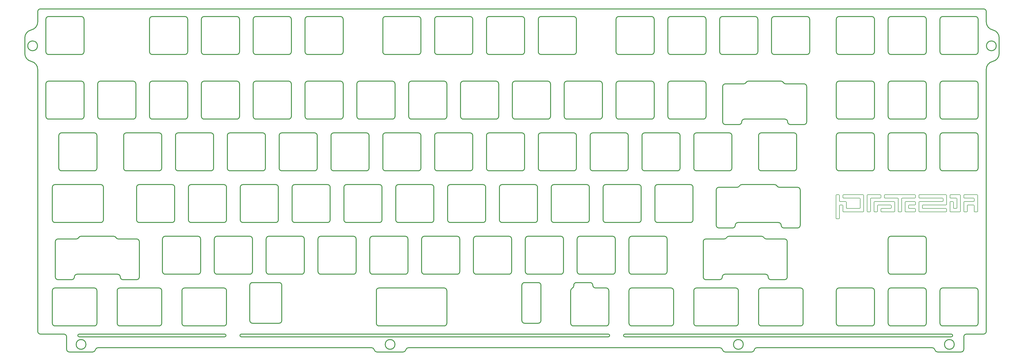
<source format=gbr>
%TF.GenerationSoftware,KiCad,Pcbnew,(5.1.9)-1*%
%TF.CreationDate,2021-02-08T17:33:52+01:00*%
%TF.ProjectId,P.01_ANSI,502e3031-5f41-44e5-9349-2e6b69636164,rev?*%
%TF.SameCoordinates,Original*%
%TF.FileFunction,Profile,NP*%
%FSLAX46Y46*%
G04 Gerber Fmt 4.6, Leading zero omitted, Abs format (unit mm)*
G04 Created by KiCad (PCBNEW (5.1.9)-1) date 2021-02-08 17:33:52*
%MOMM*%
%LPD*%
G01*
G04 APERTURE LIST*
%TA.AperFunction,Profile*%
%ADD10C,0.187858*%
%TD*%
%TA.AperFunction,Profile*%
%ADD11C,0.300000*%
%TD*%
G04 APERTURE END LIST*
D10*
X322648476Y-103694496D02*
X322603240Y-103694496D01*
X326203372Y-103916118D02*
X326130186Y-103769660D01*
X322394690Y-103951550D02*
X322394690Y-103951550D01*
X322394174Y-103916118D02*
X322394690Y-103951550D01*
X322603240Y-103694496D02*
X322467532Y-103769660D01*
X322467532Y-103769660D02*
X322394174Y-103916118D01*
X325949586Y-103694496D02*
X322648476Y-103694496D01*
X326202942Y-109823957D02*
X326202942Y-109788964D01*
X326130186Y-103769660D02*
X325994392Y-103694496D01*
X326202942Y-103951550D02*
X326203372Y-103916118D01*
X325994392Y-103694496D02*
X325949586Y-103694496D01*
X326202942Y-109788964D02*
X326202942Y-103951550D01*
X309446616Y-108772753D02*
X307411942Y-108772753D01*
X324933840Y-105221143D02*
X324933840Y-108520326D01*
X309625840Y-106297536D02*
X309491422Y-106223352D01*
X326128724Y-109968592D02*
X326202942Y-109823957D01*
X307411942Y-108772753D02*
X307411942Y-108772753D01*
X309699972Y-106431911D02*
X309625840Y-106297536D01*
X325949586Y-110043249D02*
X325994392Y-110043249D01*
X324679968Y-108773682D02*
X323917578Y-108773682D01*
X322394690Y-104713037D02*
X322394690Y-104757826D01*
X322648476Y-110043249D02*
X325949586Y-110043249D01*
X322613044Y-110043713D02*
X322648476Y-110043249D01*
X322466586Y-109969994D02*
X322613044Y-110043713D01*
X323406222Y-106234094D02*
X322644778Y-106234094D01*
X323663792Y-106452448D02*
X323587768Y-106306867D01*
X309478780Y-110043249D02*
X309624894Y-109969056D01*
X309481618Y-108772753D02*
X309446616Y-108772753D01*
X309446616Y-106223352D02*
X306142840Y-106223352D01*
X324933840Y-108520326D02*
X324933840Y-108565124D01*
X305962669Y-106297071D02*
X305888022Y-106431446D01*
X322390992Y-109824422D02*
X322466586Y-109969994D01*
X324714970Y-104966393D02*
X324859192Y-105041041D01*
X322468822Y-104892201D02*
X322603240Y-104966393D01*
X323587768Y-106306867D02*
X323441224Y-106233621D01*
X324724774Y-108773682D02*
X324679968Y-108773682D01*
X309699972Y-109027503D02*
X309699972Y-108982241D01*
X309699972Y-109833753D02*
X309699972Y-109788964D01*
X306107322Y-106222888D02*
X305962669Y-106297071D01*
X322394690Y-104757826D02*
X322468822Y-104892201D01*
X306142840Y-106223352D02*
X306107322Y-106222888D01*
X322391422Y-109788964D02*
X322390992Y-109824422D01*
X322391422Y-106487914D02*
X322391422Y-109788964D01*
X322391422Y-106442652D02*
X322391422Y-106487914D01*
X309625840Y-108847401D02*
X309481618Y-108772753D01*
X322465640Y-106308277D02*
X322391422Y-106442652D01*
X322599972Y-106234094D02*
X322465640Y-106308277D01*
X322644778Y-106234094D02*
X322599972Y-106234094D01*
X323441224Y-106233621D02*
X323406222Y-106234094D01*
X323664222Y-106487914D02*
X323663792Y-106452448D01*
X324679968Y-104966393D02*
X324714970Y-104966393D01*
X323664222Y-108520326D02*
X323664222Y-106487914D01*
X305888022Y-106431446D02*
X305888022Y-106476708D01*
X323664222Y-108565124D02*
X323664222Y-108520326D01*
X323738440Y-108699499D02*
X323664222Y-108565124D01*
X323872772Y-108773682D02*
X323738440Y-108699499D01*
X309699972Y-108982241D02*
X309625840Y-108847401D01*
X324859192Y-105041041D02*
X324933840Y-105175881D01*
X309491422Y-106223352D02*
X309446616Y-106223352D01*
X323917578Y-108773682D02*
X323872772Y-108773682D01*
X324859192Y-108699499D02*
X324724774Y-108773682D01*
X322394690Y-103951550D02*
X322394690Y-104713037D01*
X305888538Y-109825823D02*
X305963616Y-109969521D01*
X324933840Y-105175881D02*
X324933840Y-105221143D01*
X322603240Y-104966393D02*
X322648476Y-104966393D01*
X306142840Y-110043249D02*
X309443778Y-110043249D01*
X305888022Y-106476708D02*
X305888022Y-109791286D01*
X322648476Y-104966393D02*
X324679968Y-104966393D01*
X309624894Y-109969056D02*
X309699972Y-109833753D01*
X306098034Y-110043249D02*
X306142840Y-110043249D01*
X309699972Y-109788964D02*
X309699972Y-109027503D01*
X325994392Y-110043249D02*
X326128724Y-109968592D01*
X309443778Y-110043249D02*
X309478780Y-110043249D01*
X324933840Y-108565124D02*
X324859192Y-108699499D01*
X305963616Y-109969521D02*
X306098034Y-110043249D01*
X305888022Y-109791286D02*
X305888538Y-109825823D01*
X309443778Y-107492919D02*
X309478780Y-107492919D01*
X309699972Y-106476708D02*
X309699972Y-106431911D01*
X309699972Y-107282958D02*
X309699972Y-107238161D01*
X301870274Y-106223352D02*
X301825468Y-106223352D01*
X309624894Y-107418726D02*
X309699972Y-107282958D01*
X309478780Y-107492919D02*
X309624894Y-107418726D01*
X307158586Y-108520326D02*
X307158586Y-107746266D01*
X302079340Y-106431911D02*
X302004692Y-106297536D01*
X295731078Y-107701477D02*
X295805296Y-107567102D01*
X307232718Y-108698561D02*
X307158586Y-108554864D01*
X302079340Y-109774499D02*
X302079340Y-106476708D01*
X300553700Y-108762012D02*
X297253966Y-108762012D01*
X295984950Y-107492919D02*
X300553700Y-107492919D01*
X307158586Y-108554864D02*
X307158586Y-108520326D01*
X302079340Y-109819287D02*
X302079340Y-109774499D01*
X307367136Y-108772753D02*
X307232718Y-108698561D01*
X294535248Y-106297071D02*
X294461030Y-106431446D01*
X297074828Y-109953662D02*
X297219050Y-110028319D01*
X300807916Y-107746266D02*
X300807916Y-108508656D01*
X307411942Y-107492919D02*
X309443778Y-107492919D01*
X307158586Y-107701477D02*
X307232718Y-107567102D01*
X294461030Y-106476708D02*
X294461030Y-106476708D01*
X297000696Y-108971508D02*
X297000696Y-109016761D01*
X294670096Y-110028783D02*
X294715332Y-110028783D01*
X307367136Y-107492919D02*
X307411942Y-107492919D01*
X307158586Y-107746266D02*
X307158586Y-107701477D01*
X301825468Y-106223352D02*
X294715332Y-106223352D01*
X295805296Y-107567102D02*
X295939628Y-107492919D01*
X302004692Y-106297536D02*
X301870274Y-106223352D01*
X302079340Y-106476708D02*
X302079340Y-106431911D01*
X300732838Y-108687828D02*
X300598420Y-108762012D01*
X295731078Y-109819287D02*
X295731078Y-109774499D01*
X301857718Y-110028783D02*
X302003746Y-109954591D01*
X300598420Y-107492919D02*
X300732838Y-107567102D01*
X295731078Y-109774499D02*
X295731078Y-107746266D01*
X294535248Y-109954127D02*
X294670096Y-110028783D01*
X294461030Y-106431446D02*
X294461030Y-106476708D01*
X307232718Y-107567102D02*
X307367136Y-107492919D01*
X307411942Y-108772753D02*
X307367136Y-108772753D01*
X300807916Y-108508656D02*
X300807486Y-108543658D01*
X294715332Y-106223352D02*
X294679900Y-106222888D01*
X301822716Y-110028783D02*
X301857718Y-110028783D01*
X297253966Y-110028783D02*
X301822716Y-110028783D01*
X297219050Y-110028319D02*
X297253966Y-110028783D01*
X297000696Y-109819287D02*
X297074828Y-109953662D01*
X297000696Y-109016761D02*
X297000696Y-109774499D01*
X295731078Y-107746266D02*
X295731078Y-107701477D01*
X295939628Y-107492919D02*
X295984950Y-107492919D01*
X297253966Y-108762012D02*
X297219050Y-108762012D01*
X297074828Y-108836669D02*
X297000696Y-108971508D01*
X300553700Y-107492919D02*
X300598420Y-107492919D01*
X300807486Y-108543658D02*
X300732838Y-108687828D01*
X300732838Y-107567102D02*
X300807486Y-107711281D01*
X295656430Y-109954127D02*
X295731078Y-109819287D01*
X294679900Y-106222888D02*
X294535248Y-106297071D01*
X297000696Y-109774499D02*
X297000696Y-109819287D01*
X297219050Y-108762012D02*
X297074828Y-108836669D01*
X300807486Y-107711281D02*
X300807916Y-107746266D01*
X295521582Y-110028783D02*
X295656430Y-109954127D01*
X294715332Y-110028783D02*
X295476776Y-110028783D01*
X302003746Y-109954591D02*
X302079340Y-109819287D01*
X295476776Y-110028783D02*
X295521582Y-110028783D01*
X309699972Y-107238161D02*
X309699972Y-106476708D01*
X300598420Y-108762012D02*
X300553700Y-108762012D01*
X290653724Y-103916118D02*
X290580022Y-103769660D01*
X290653724Y-103951550D02*
X290653724Y-103916118D01*
X280749186Y-112581907D02*
X281511580Y-112581907D01*
X290653724Y-109788964D02*
X290653724Y-103951550D01*
X283253785Y-110043249D02*
X283289243Y-110043249D01*
X281973494Y-106234094D02*
X281838655Y-106159437D01*
X283034493Y-109788964D02*
X283034029Y-109823957D01*
X280495834Y-103951550D02*
X280495834Y-112328553D01*
X281838655Y-106159437D02*
X281764463Y-106024598D01*
X280495834Y-112373346D02*
X280570020Y-112507721D01*
X283034493Y-107757936D02*
X283034493Y-109788964D01*
X281764463Y-103951550D02*
X281764463Y-103916118D01*
X282959845Y-107577844D02*
X283034493Y-107712683D01*
X281764463Y-106024598D02*
X281764463Y-105979809D01*
X283108677Y-109968592D02*
X283253785Y-110043249D01*
X281764463Y-103916118D02*
X281691208Y-103770520D01*
X281764927Y-107724336D02*
X281838655Y-107578772D01*
X280495834Y-112328553D02*
X280495834Y-112373346D01*
X281511580Y-103694496D02*
X280749186Y-103694496D01*
X284050704Y-106234094D02*
X282018747Y-106234094D01*
X284229868Y-106308277D02*
X284095493Y-106234094D01*
X290653724Y-109833753D02*
X290653724Y-109788964D01*
X290444228Y-110043249D02*
X290579076Y-109968592D01*
X282824997Y-107503651D02*
X282959845Y-107577844D01*
X281765400Y-112373346D02*
X281765400Y-112328553D01*
X281546573Y-103694496D02*
X281511580Y-103694496D01*
X281556368Y-112581907D02*
X281690743Y-112507721D01*
X280569086Y-103770090D02*
X280495368Y-103916118D01*
X281764463Y-105979809D02*
X281764463Y-103951550D01*
X283034029Y-109823957D02*
X283108677Y-109968592D01*
X282018747Y-106234094D02*
X281973494Y-106234094D01*
X294461030Y-109819287D02*
X294535248Y-109954127D01*
X294461030Y-109774499D02*
X294461030Y-109819287D01*
X283035422Y-103951550D02*
X283035422Y-103951550D01*
X290444228Y-103694496D02*
X290399422Y-103694496D01*
X290579076Y-109968592D02*
X290653724Y-109833753D01*
X290399422Y-110043249D02*
X290444228Y-110043249D01*
X281765400Y-107759802D02*
X281764927Y-107724336D01*
X281765400Y-112328553D02*
X281765400Y-107759802D01*
X281511580Y-112581907D02*
X281556368Y-112581907D01*
X294461030Y-106476708D02*
X294461030Y-109774499D01*
X283034493Y-107712683D02*
X283034493Y-107757936D01*
X281691208Y-103770520D02*
X281546573Y-103694496D01*
X283289243Y-103694496D02*
X283243989Y-103694496D01*
X283289243Y-110043249D02*
X290399422Y-110043249D01*
X284304989Y-108520326D02*
X284304989Y-106487914D01*
X282780209Y-107503651D02*
X282824997Y-107503651D01*
X280713727Y-103694496D02*
X280569086Y-103770090D01*
X283108213Y-103769660D02*
X283034958Y-103916118D01*
X281690743Y-112507721D02*
X281765400Y-112373346D01*
X284304524Y-106452448D02*
X284229868Y-106308277D01*
X283034958Y-103916118D02*
X283035422Y-103951550D01*
X283243989Y-103694496D02*
X283108213Y-103769660D01*
X290399422Y-103694496D02*
X283289243Y-103694496D01*
X290580022Y-103769660D02*
X290444228Y-103694496D01*
X280495368Y-103916118D02*
X280495834Y-103951550D01*
X284304989Y-106487914D02*
X284304524Y-106452448D01*
X281983290Y-107503651D02*
X282018747Y-107503651D01*
X280704395Y-112581907D02*
X280749186Y-112581907D01*
X280749186Y-103694496D02*
X280713727Y-103694496D01*
X281838655Y-107578772D02*
X281983290Y-107503651D01*
X280570020Y-112507721D02*
X280704395Y-112581907D01*
X282018747Y-107503651D02*
X282780209Y-107503651D01*
X284095493Y-106234094D02*
X284050704Y-106234094D01*
X284304989Y-108565124D02*
X284304989Y-108520326D01*
X284380110Y-108700427D02*
X284304989Y-108565124D01*
X298480584Y-104952393D02*
X298525390Y-104952393D01*
X283035422Y-104713037D02*
X283035422Y-104757826D01*
X332298278Y-103694496D02*
X332298278Y-103694496D01*
X284525690Y-108774147D02*
X284380110Y-108700427D01*
X284561148Y-108773682D02*
X284525690Y-108774147D01*
X289129890Y-104966393D02*
X289164892Y-104966393D01*
X283035422Y-103951550D02*
X283035422Y-104713037D01*
X298525390Y-104952393D02*
X303094140Y-104952393D01*
X304619866Y-109774499D02*
X304619866Y-109774499D01*
X298272034Y-103891866D02*
X298272034Y-103937102D01*
X309443778Y-103682800D02*
X298525390Y-103682800D01*
X309699972Y-104698572D02*
X309699972Y-103937102D01*
X309441972Y-104951464D02*
X309476974Y-104951928D01*
X289129890Y-108773682D02*
X284561148Y-108773682D01*
X289174696Y-108773682D02*
X289129890Y-108773682D01*
X289309028Y-108699499D02*
X289174696Y-108773682D01*
X289383246Y-105221143D02*
X289383246Y-108520326D01*
X289383246Y-108565124D02*
X289309028Y-108699499D01*
X289383246Y-108520326D02*
X289383246Y-108565124D01*
X289383246Y-105175881D02*
X289383246Y-105221143D01*
X309476974Y-104951928D02*
X309623432Y-104878674D01*
X289309028Y-105041041D02*
X289383246Y-105175881D01*
X303348442Y-105205749D02*
X303348442Y-109774499D01*
X309623432Y-104878674D02*
X309699542Y-104733566D01*
X304365134Y-110028783D02*
X304409940Y-110028783D01*
X304619866Y-105160487D02*
X304694084Y-105026112D01*
X303557422Y-110028783D02*
X303602744Y-110028783D01*
X332333280Y-103694496D02*
X332298278Y-103694496D01*
X304619866Y-109774499D02*
X304619866Y-105205749D01*
X303094140Y-104952393D02*
X303129142Y-104951928D01*
X303273794Y-105026112D02*
X303348442Y-105160487D01*
X289164892Y-104966393D02*
X289309028Y-105041041D01*
X283109614Y-104892201D02*
X283243989Y-104966393D01*
X304545218Y-109954127D02*
X304619866Y-109819287D01*
X304619866Y-109819287D02*
X304619866Y-109774499D01*
X283243989Y-104966393D02*
X283289243Y-104966393D01*
X283289243Y-104966393D02*
X289129890Y-104966393D01*
X283035422Y-104757826D02*
X283109614Y-104892201D01*
X298346252Y-103757448D02*
X298272034Y-103891866D01*
X303422574Y-109954127D02*
X303557422Y-110028783D01*
X309624894Y-103756588D02*
X309478780Y-103682370D01*
X309699972Y-103891866D02*
X309624894Y-103756588D01*
X332478448Y-103770090D02*
X332333280Y-103694496D01*
X303348442Y-109774499D02*
X303348442Y-109819287D01*
X304838220Y-104951464D02*
X304873222Y-104951464D01*
X303348442Y-105160487D02*
X303348442Y-105205749D01*
X298272034Y-104698572D02*
X298272034Y-104743361D01*
X309699972Y-103937102D02*
X309699972Y-103891866D01*
X298272034Y-103937102D02*
X298272034Y-104698572D01*
X309699542Y-104733566D02*
X309699972Y-104698572D01*
X304873222Y-104951464D02*
X309441972Y-104951464D01*
X298490388Y-103682800D02*
X298346252Y-103757448D01*
X304409940Y-110028783D02*
X304545218Y-109954127D01*
X309478780Y-103682370D02*
X309443778Y-103682800D01*
X303129142Y-104951928D02*
X303273794Y-105026112D01*
X303602744Y-110028783D02*
X304365134Y-110028783D01*
X303348442Y-109819287D02*
X303422574Y-109954127D01*
X298346252Y-104877736D02*
X298480584Y-104952393D01*
X298272034Y-104743361D02*
X298346252Y-104877736D01*
X298525390Y-103682800D02*
X298490388Y-103682800D01*
X304694084Y-105026112D02*
X304838220Y-104951464D01*
X304619866Y-105205749D02*
X304619866Y-105160487D01*
X327473420Y-109788964D02*
X327473420Y-109833753D01*
X332551634Y-109833753D02*
X332551634Y-109788964D01*
X328668390Y-109968128D02*
X328742522Y-109833753D01*
X327681970Y-104966393D02*
X327726776Y-104966393D01*
X332551634Y-103916118D02*
X332478448Y-103770090D01*
X328524168Y-110042776D02*
X328668390Y-109968128D01*
X332477502Y-109968128D02*
X332551634Y-109833753D01*
X331282532Y-109833753D02*
X331356836Y-109968128D01*
X327473420Y-104757826D02*
X327547638Y-104892201D01*
X331207884Y-106162232D02*
X331072692Y-106236889D01*
X327473420Y-103951550D02*
X327473420Y-104713037D01*
X328817170Y-107577844D02*
X328952018Y-107503651D01*
X331027886Y-106236889D02*
X327726776Y-106236889D01*
X331072692Y-106236889D02*
X331027886Y-106236889D01*
X327472990Y-103915688D02*
X327473420Y-103951550D01*
X328742522Y-109788964D02*
X328742522Y-107757936D01*
X331282532Y-106027393D02*
X331207884Y-106162232D01*
X320905772Y-103694496D02*
X320870770Y-103694496D01*
X331207884Y-105040577D02*
X331282532Y-105175881D01*
X332551634Y-103951550D02*
X332551634Y-103916118D01*
X327681970Y-106236889D02*
X327547638Y-106311072D01*
X332551634Y-109788964D02*
X332551634Y-103951550D01*
X331282532Y-105221143D02*
X331282532Y-105982604D01*
X321124642Y-107250768D02*
X321124642Y-103951550D01*
X332333280Y-110042776D02*
X332477502Y-109968128D01*
X331535974Y-110043249D02*
X332298278Y-110043249D01*
X328742522Y-107712683D02*
X328817170Y-107577844D01*
X328489166Y-110043249D02*
X328524168Y-110042776D01*
X328742522Y-107757936D02*
X328742522Y-107712683D01*
X327726776Y-106236889D02*
X327681970Y-106236889D01*
X327726776Y-104966393D02*
X331027886Y-104966393D01*
X327547638Y-104892201D02*
X327681970Y-104966393D01*
X327473420Y-104713037D02*
X327473420Y-104757826D01*
X327693666Y-103693980D02*
X327547638Y-103769144D01*
X332298278Y-110043249D02*
X332333280Y-110042776D01*
X331500972Y-110042776D02*
X331535974Y-110043249D01*
X331282532Y-105175881D02*
X331282532Y-105221143D01*
X331356836Y-109968128D02*
X331500972Y-110042776D01*
X331282532Y-109788964D02*
X331282532Y-109833753D01*
X327547638Y-109968128D02*
X327691774Y-110042776D01*
X328952018Y-107503651D02*
X328997340Y-107503651D01*
X331282532Y-107757936D02*
X331282532Y-109788964D01*
X327473420Y-106445447D02*
X327473420Y-106490236D01*
X328742522Y-109833753D02*
X328742522Y-109788964D01*
X327729528Y-103694496D02*
X327693666Y-103693980D01*
X320870770Y-103694496D02*
X320870770Y-103694496D01*
X332298278Y-103694496D02*
X327729528Y-103694496D01*
X321050940Y-103770090D02*
X320905772Y-103694496D01*
X331027886Y-104966393D02*
X331072692Y-104966393D01*
X331072692Y-107503651D02*
X331207884Y-107577844D01*
X328997340Y-107503651D02*
X331027886Y-107503651D01*
X321124642Y-103951550D02*
X321124642Y-103916118D01*
X327473420Y-109833753D02*
X327547638Y-109968128D01*
X327473420Y-106490236D02*
X327473420Y-109788964D01*
X327547638Y-106311072D02*
X327473420Y-106445447D01*
X321124642Y-103916118D02*
X321050940Y-103770090D01*
X331282532Y-107712683D02*
X331282532Y-107757936D01*
X327691774Y-110042776D02*
X327726776Y-110043249D01*
X331207884Y-107577844D02*
X331282532Y-107712683D01*
X331282532Y-105982604D02*
X331282532Y-106027393D01*
X331072692Y-104966393D02*
X331207884Y-105040577D01*
X327547638Y-103769144D02*
X327472990Y-103915688D01*
X331027886Y-107503651D02*
X331072692Y-107503651D01*
X327726776Y-110043249D02*
X328489166Y-110043249D01*
X321049994Y-107429932D02*
X321124642Y-107295557D01*
X320870770Y-103694496D02*
X311222946Y-103694496D01*
X320915576Y-107504589D02*
X321049994Y-107429932D01*
X320870770Y-107504589D02*
X320915576Y-107504589D01*
X321049994Y-108847401D02*
X320905772Y-108772753D01*
X310969590Y-109833753D02*
X311043722Y-109968128D01*
X310969590Y-109788964D02*
X310969590Y-109833753D01*
X310967698Y-103951550D02*
X310967698Y-104713037D01*
X292144018Y-103682800D02*
X291999796Y-103757448D01*
X312446296Y-107504589D02*
X312491532Y-107504589D01*
X312311448Y-107578772D02*
X312446296Y-107504589D01*
X311043722Y-109968128D02*
X311187944Y-110042776D01*
X312491532Y-108772753D02*
X312446296Y-108772753D01*
X319857002Y-105218348D02*
X319857002Y-105979809D01*
X312236800Y-107713612D02*
X312311448Y-107578772D01*
X319602700Y-106234094D02*
X311222946Y-106234094D01*
X319647420Y-104964063D02*
X319782268Y-105038246D01*
X311222946Y-103694496D02*
X311187428Y-103693980D01*
X312236800Y-107758874D02*
X312236800Y-107713612D01*
X312236800Y-108520326D02*
X312236800Y-107758874D01*
X291997474Y-109955056D02*
X292141180Y-110032043D01*
X291925664Y-103891866D02*
X291925664Y-103937102D01*
X312236800Y-108555328D02*
X312236800Y-108520326D01*
X311222946Y-110043249D02*
X320870770Y-110043249D01*
X320905772Y-108772753D02*
X320870770Y-108772753D01*
X319782268Y-105038246D02*
X319857002Y-105173086D01*
X310967182Y-103916118D02*
X310967698Y-103951550D01*
X291999796Y-103757448D02*
X291925664Y-103891866D01*
X312311878Y-108699034D02*
X312236800Y-108555328D01*
X312446296Y-108772753D02*
X312311878Y-108699034D01*
X321124642Y-109027503D02*
X321124642Y-108982241D01*
X321124642Y-109788964D02*
X321124642Y-109027503D01*
X310969590Y-106487914D02*
X310969590Y-109788964D01*
X319647420Y-106234094D02*
X319602700Y-106234094D01*
X319782268Y-106159437D02*
X319647420Y-106234094D01*
X311187944Y-110042776D02*
X311222946Y-110043249D01*
X320870770Y-108772753D02*
X312491532Y-108772753D01*
X319857002Y-106024598D02*
X319782268Y-106159437D01*
X291925148Y-109809492D02*
X291997474Y-109955056D01*
X321124642Y-108982241D02*
X321049994Y-108847401D01*
X321124642Y-109833753D02*
X321124642Y-109788964D01*
X319602700Y-104964063D02*
X319647420Y-104964063D01*
X311043292Y-104890808D02*
X311187944Y-104964063D01*
X321049994Y-109968128D02*
X321124642Y-109833753D01*
X311043722Y-106308277D02*
X310969590Y-106442652D01*
X319857002Y-105173086D02*
X319857002Y-105218348D01*
X292141180Y-110032043D02*
X292176698Y-110032516D01*
X311222946Y-106234094D02*
X311178140Y-106234094D01*
X311178140Y-106234094D02*
X311043722Y-106308277D01*
X319857002Y-105979809D02*
X319857002Y-106024598D01*
X310967698Y-104713037D02*
X310967698Y-104747566D01*
X292176698Y-110032516D02*
X292176698Y-110032516D01*
X291925664Y-103937102D02*
X291925664Y-109774499D01*
X311222946Y-104964063D02*
X319602700Y-104964063D01*
X310967698Y-104747566D02*
X311043292Y-104890808D01*
X291925664Y-109774499D02*
X291925148Y-109809492D01*
X311041400Y-103769660D02*
X310967182Y-103916118D01*
X311187944Y-104964063D02*
X311222946Y-104964063D01*
X320905772Y-110042776D02*
X321049994Y-109968128D01*
X320870770Y-110043249D02*
X320905772Y-110042776D01*
X310969590Y-106442652D02*
X310969590Y-106487914D01*
X311187428Y-103693980D02*
X311041400Y-103769660D01*
X321124642Y-107295557D02*
X321124642Y-107250768D01*
X312491532Y-107504589D02*
X320870770Y-107504589D01*
X296792920Y-103682800D02*
X296748200Y-103682800D01*
X293193390Y-105205749D02*
X293193390Y-105160951D01*
X296748200Y-104952393D02*
X296792920Y-104952393D01*
X296927338Y-103757018D02*
X296792920Y-103682800D01*
X297001642Y-103901670D02*
X296927338Y-103757018D01*
X297001642Y-103937102D02*
X297001642Y-103901670D01*
X297001642Y-104697643D02*
X297001642Y-103937102D01*
X293193390Y-105160951D02*
X293267522Y-105026576D01*
X293120032Y-109956457D02*
X293193820Y-109809956D01*
X296927338Y-104877272D02*
X297001642Y-104732637D01*
X296792920Y-104952393D02*
X296927338Y-104877272D01*
X293446746Y-104952393D02*
X296748200Y-104952393D01*
X293401940Y-104952393D02*
X293446746Y-104952393D01*
X293193390Y-109774499D02*
X293193390Y-105205749D01*
X292984324Y-110032516D02*
X293120032Y-109956457D01*
X293193820Y-109809956D02*
X293193390Y-109774499D01*
X292939088Y-110032516D02*
X292984324Y-110032516D01*
X292176698Y-110032516D02*
X292939088Y-110032516D01*
X297001642Y-104732637D02*
X297001642Y-104697643D01*
X292179450Y-103682800D02*
X292144018Y-103682800D01*
X293267522Y-105026576D02*
X293401940Y-104952393D01*
X296748200Y-103682800D02*
X292179450Y-103682800D01*
D11*
X110814707Y-160862110D02*
G75*
G03*
X109835463Y-160064795I-979244J-202685D01*
G01*
X110814707Y-160862110D02*
G75*
G03*
X111793951Y-161659425I979244J202685D01*
G01*
X340491430Y-51656333D02*
G75*
G02*
X338115583Y-54590708I-3000000J-21D01*
G01*
X335739736Y-57525083D02*
G75*
G02*
X338115583Y-54590708I3000000J21D01*
G01*
X335739749Y-40056262D02*
G75*
G03*
X338115596Y-42990637I3000000J-21D01*
G01*
X340491443Y-45925012D02*
G75*
G03*
X338115596Y-42990637I-3000000J21D01*
G01*
X-12872375Y-57525070D02*
G75*
G03*
X-15248222Y-54590695I-3000000J21D01*
G01*
X-17624069Y-51656320D02*
G75*
G03*
X-15248222Y-54590695I3000000J-21D01*
G01*
X-17624188Y-45924991D02*
G75*
G02*
X-15248341Y-42990616I3000000J21D01*
G01*
X327481476Y-160659799D02*
G75*
G02*
X326481476Y-161659799I-1000000J0D01*
G01*
X315881554Y-160065169D02*
G75*
G02*
X316860798Y-160862484I0J-1000000D01*
G01*
X317840042Y-161659799D02*
G75*
G02*
X316860798Y-160862484I0J1000000D01*
G01*
X237835712Y-160064795D02*
G75*
G02*
X238814956Y-160862110I0J-1000000D01*
G01*
X2353266Y-156064793D02*
G75*
G02*
X1853266Y-155564794I-1J499999D01*
G01*
X1853266Y-155564794D02*
G75*
G02*
X2353265Y-155064794I499999J1D01*
G01*
X197335707Y-155564800D02*
G75*
G02*
X196835712Y-156064795I-499994J-1D01*
G01*
X61935492Y-156064794D02*
G75*
G02*
X61435493Y-155564796I-1J499998D01*
G01*
X122414736Y-160862110D02*
G75*
G02*
X123393980Y-160064795I979244J-202685D01*
G01*
X122414736Y-160862110D02*
G75*
G02*
X121435492Y-161659425I-979244J202685D01*
G01*
X8393634Y-160684983D02*
X8332520Y-160862164D01*
X8393634Y-160684983D02*
G75*
G02*
X9311775Y-160064795I910948J-358876D01*
G01*
X7353265Y-161659532D02*
X-1219258Y-161656039D01*
X-1219258Y-161656039D02*
G75*
G02*
X-2246735Y-160659532I-50742J975639D01*
G01*
X-3246735Y-155064794D02*
G75*
G02*
X-2267671Y-156051077I0J-979090D01*
G01*
X33989999Y-133014997D02*
G75*
G02*
X32989999Y-132014997I0J1000000D01*
G01*
X251777502Y-39052503D02*
X251777502Y-51052503D01*
X238777502Y-38052502D02*
X250777502Y-38052503D01*
X251777502Y-51052503D02*
G75*
G02*
X250777502Y-52052503I-1000000J0D01*
G01*
X108902500Y-93914999D02*
G75*
G02*
X107902500Y-94914999I-1000000J0D01*
G01*
X237777502Y-39052502D02*
G75*
G02*
X238777502Y-38052502I1000000J0D01*
G01*
X250777502Y-52052503D02*
X238777502Y-52052502D01*
X114952502Y-38052499D02*
X126952502Y-38052499D01*
X127952502Y-39052499D02*
X127952502Y-51052499D01*
X126952502Y-38052499D02*
G75*
G02*
X127952502Y-39052499I0J-1000000D01*
G01*
X46989999Y-132014997D02*
G75*
G02*
X45989999Y-133014997I-1000000J0D01*
G01*
X253065001Y-80915003D02*
X265065001Y-80915003D01*
X252065001Y-81915003D02*
G75*
G02*
X253065001Y-80915003I1000000J0D01*
G01*
X33989999Y-133014997D02*
X45989999Y-133014997D01*
X98377502Y-38052498D02*
G75*
G02*
X99377502Y-39052498I0J-1000000D01*
G01*
X98377502Y-52052498D02*
X86377502Y-52052498D01*
X256827502Y-39052503D02*
G75*
G02*
X257827502Y-38052503I1000000J0D01*
G01*
X190152501Y-81915001D02*
G75*
G02*
X191152501Y-80915001I1000000J0D01*
G01*
X107902501Y-80914999D02*
G75*
G02*
X108902501Y-81914999I0J-1000000D01*
G01*
X203152501Y-80915001D02*
G75*
G02*
X204152501Y-81915001I0J-1000000D01*
G01*
X99377502Y-39052498D02*
X99377502Y-51052498D01*
X32990000Y-120014997D02*
X32989999Y-132014997D01*
X238777502Y-52052502D02*
G75*
G02*
X237777502Y-51052502I0J1000000D01*
G01*
X86377502Y-38052498D02*
X98377502Y-38052498D01*
X94902501Y-81914998D02*
X94902500Y-93914998D01*
X269827502Y-38052503D02*
X257827502Y-38052503D01*
X191152501Y-80915001D02*
X203152501Y-80915001D01*
X250777502Y-38052503D02*
G75*
G02*
X251777502Y-39052503I0J-1000000D01*
G01*
X204152501Y-81915001D02*
X204152500Y-93915001D01*
X113952502Y-39052499D02*
G75*
G02*
X114952502Y-38052499I1000000J0D01*
G01*
X107902501Y-80914999D02*
X95902501Y-80914998D01*
X237777502Y-51052502D02*
X237777502Y-39052502D01*
X127952502Y-51052499D02*
G75*
G02*
X126952502Y-52052499I-1000000J0D01*
G01*
X265065001Y-80915003D02*
G75*
G02*
X266065001Y-81915003I0J-1000000D01*
G01*
X204152500Y-93915001D02*
G75*
G02*
X203152500Y-94915001I-1000000J0D01*
G01*
X266065001Y-81915003D02*
X266065000Y-93915003D01*
X85377502Y-39052498D02*
G75*
G02*
X86377502Y-38052498I1000000J0D01*
G01*
X95902500Y-94914998D02*
G75*
G02*
X94902500Y-93914998I0J1000000D01*
G01*
X253065000Y-94915003D02*
G75*
G02*
X252065000Y-93915003I0J1000000D01*
G01*
X265065000Y-94915003D02*
X253065000Y-94915003D01*
X113952502Y-51052499D02*
X113952502Y-39052499D01*
X114952502Y-52052499D02*
G75*
G02*
X113952502Y-51052499I0J1000000D01*
G01*
X126952502Y-52052499D02*
X114952502Y-52052499D01*
X32990000Y-120014997D02*
G75*
G02*
X33990000Y-119014997I1000000J0D01*
G01*
X190152500Y-93915001D02*
X190152501Y-81915001D01*
X266065000Y-93915003D02*
G75*
G02*
X265065000Y-94915003I-1000000J0D01*
G01*
X99377502Y-51052498D02*
G75*
G02*
X98377502Y-52052498I-1000000J0D01*
G01*
X94902501Y-81914998D02*
G75*
G02*
X95902501Y-80914998I1000000J0D01*
G01*
X203152500Y-94915001D02*
X191152500Y-94915001D01*
X45990000Y-119014997D02*
G75*
G02*
X46990000Y-120014997I0J-1000000D01*
G01*
X252065000Y-93915003D02*
X252065001Y-81915003D01*
X86377502Y-52052498D02*
G75*
G02*
X85377502Y-51052498I0J1000000D01*
G01*
X46989999Y-132014997D02*
X46990000Y-120014997D01*
X95902500Y-94914998D02*
X107902500Y-94914999D01*
X45990000Y-119014997D02*
X33990000Y-119014997D01*
X191152500Y-94915001D02*
G75*
G02*
X190152500Y-93915001I0J1000000D01*
G01*
X85377502Y-51052498D02*
X85377502Y-39052498D01*
X223202500Y-93915002D02*
X223202501Y-81915002D01*
X172071249Y-150065000D02*
X172071249Y-137065000D01*
X153052500Y-94915000D02*
X165052500Y-94915000D01*
X186389999Y-133015001D02*
G75*
G02*
X185389999Y-132015001I0J1000000D01*
G01*
X108902500Y-93914999D02*
X108902501Y-81914999D01*
X153052500Y-94915000D02*
G75*
G02*
X152052500Y-93915000I0J1000000D01*
G01*
X172071249Y-150065000D02*
G75*
G02*
X171071249Y-151065000I-1000000J0D01*
G01*
X32702500Y-93914997D02*
X32702501Y-81914997D01*
X32702500Y-93914997D02*
G75*
G02*
X31702500Y-94914997I-1000000J0D01*
G01*
X166071249Y-151065000D02*
X171071249Y-151065000D01*
X131715000Y-99964999D02*
G75*
G02*
X132715000Y-100964999I0J-1000000D01*
G01*
X166071249Y-151065000D02*
G75*
G02*
X165071249Y-150065000I0J1000000D01*
G01*
X29227502Y-52052496D02*
G75*
G02*
X28227502Y-51052496I0J1000000D01*
G01*
X210202500Y-94915002D02*
G75*
G02*
X209202500Y-93915002I0J1000000D01*
G01*
X165071249Y-137065000D02*
X165071249Y-150065000D01*
X165071249Y-137065000D02*
G75*
G02*
X166071249Y-136065000I1000000J0D01*
G01*
X118715000Y-112964999D02*
X118715000Y-100964999D01*
X41227502Y-38052497D02*
X29227502Y-38052496D01*
X42227502Y-51052497D02*
X42227502Y-39052497D01*
X31702501Y-80914997D02*
G75*
G02*
X32702501Y-81914997I0J-1000000D01*
G01*
X210202500Y-94915002D02*
X222202500Y-94915002D01*
X198390000Y-119015001D02*
X186390000Y-119015001D01*
X19702500Y-94914996D02*
G75*
G02*
X18702500Y-93914996I0J1000000D01*
G01*
X219727502Y-38052502D02*
X231727502Y-38052502D01*
X231727502Y-38052502D02*
G75*
G02*
X232727502Y-39052502I0J-1000000D01*
G01*
X166052500Y-93915000D02*
G75*
G02*
X165052500Y-94915000I-1000000J0D01*
G01*
X232727502Y-51052502D02*
G75*
G02*
X231727502Y-52052502I-1000000J0D01*
G01*
X152052501Y-81915000D02*
X152052500Y-93915000D01*
X165052501Y-80915000D02*
X153052501Y-80915000D01*
X131715000Y-113964999D02*
X119715000Y-113964999D01*
X223202500Y-93915002D02*
G75*
G02*
X222202500Y-94915002I-1000000J0D01*
G01*
X209202501Y-81915002D02*
G75*
G02*
X210202501Y-80915002I1000000J0D01*
G01*
X218727502Y-39052502D02*
G75*
G02*
X219727502Y-38052502I1000000J0D01*
G01*
X118715000Y-100964999D02*
G75*
G02*
X119715000Y-99964999I1000000J0D01*
G01*
X171071249Y-136065000D02*
X166071249Y-136065000D01*
X171071249Y-136065000D02*
G75*
G02*
X172071249Y-137065000I0J-1000000D01*
G01*
X218727502Y-51052502D02*
X218727502Y-39052502D01*
X198390000Y-119015001D02*
G75*
G02*
X199390000Y-120015001I0J-1000000D01*
G01*
X28227502Y-39052496D02*
G75*
G02*
X29227502Y-38052496I1000000J0D01*
G01*
X28227502Y-39052496D02*
X28227502Y-51052496D01*
X19702500Y-94914996D02*
X31702500Y-94914997D01*
X219727502Y-52052502D02*
G75*
G02*
X218727502Y-51052502I0J1000000D01*
G01*
X231727502Y-52052502D02*
X219727502Y-52052502D01*
X18702501Y-81914996D02*
G75*
G02*
X19702501Y-80914996I1000000J0D01*
G01*
X199389999Y-132015001D02*
X199390000Y-120015001D01*
X199389999Y-132015001D02*
G75*
G02*
X198389999Y-133015001I-1000000J0D01*
G01*
X132715000Y-112964999D02*
G75*
G02*
X131715000Y-113964999I-1000000J0D01*
G01*
X31702501Y-80914997D02*
X19702501Y-80914996D01*
X186389999Y-133015001D02*
X198389999Y-133015001D01*
X132715000Y-100964999D02*
X132715000Y-112964999D01*
X41227502Y-38052497D02*
G75*
G02*
X42227502Y-39052497I0J-1000000D01*
G01*
X222202501Y-80915002D02*
G75*
G02*
X223202501Y-81915002I0J-1000000D01*
G01*
X232727502Y-39052502D02*
X232727502Y-51052502D01*
X152052501Y-81915000D02*
G75*
G02*
X153052501Y-80915000I1000000J0D01*
G01*
X165052501Y-80915000D02*
G75*
G02*
X166052501Y-81915000I0J-1000000D01*
G01*
X119715000Y-99964999D02*
X131715000Y-99964999D01*
X222202501Y-80915002D02*
X210202501Y-80915002D01*
X209202501Y-81915002D02*
X209202500Y-93915002D01*
X166052500Y-93915000D02*
X166052501Y-81915000D01*
X185390000Y-120015001D02*
G75*
G02*
X186390000Y-119015001I1000000J0D01*
G01*
X42227502Y-51052497D02*
G75*
G02*
X41227502Y-52052497I-1000000J0D01*
G01*
X29227502Y-52052496D02*
X41227502Y-52052497D01*
X119715000Y-113964999D02*
G75*
G02*
X118715000Y-112964999I0J1000000D01*
G01*
X185390000Y-120015001D02*
X185389999Y-132015001D01*
X8889999Y-151064996D02*
G75*
G02*
X7889999Y-152064996I-1000000J0D01*
G01*
X-6491251Y-152064995D02*
X7889999Y-152064996D01*
X7889999Y-138064996D02*
G75*
G02*
X8889999Y-139064996I0J-1000000D01*
G01*
X269827502Y-38052503D02*
G75*
G02*
X270827502Y-39052503I0J-1000000D01*
G01*
X270827502Y-51052503D02*
G75*
G02*
X269827502Y-52052503I-1000000J0D01*
G01*
X227965000Y-112965002D02*
X227965000Y-100965002D01*
X214965000Y-113965002D02*
X226965000Y-113965002D01*
X257827502Y-52052503D02*
G75*
G02*
X256827502Y-51052503I0J1000000D01*
G01*
X214965000Y-113965002D02*
G75*
G02*
X213965000Y-112965002I0J1000000D01*
G01*
X8889999Y-151064996D02*
X8889999Y-139064996D01*
X226965000Y-99965002D02*
X214965000Y-99965002D01*
X270827502Y-51052503D02*
X270827502Y-39052503D01*
X227965000Y-112965002D02*
G75*
G02*
X226965000Y-113965002I-1000000J0D01*
G01*
X213965000Y-100965002D02*
X213965000Y-112965002D01*
X226965000Y-99965002D02*
G75*
G02*
X227965000Y-100965002I0J-1000000D01*
G01*
X213965000Y-100965002D02*
G75*
G02*
X214965000Y-99965002I1000000J0D01*
G01*
X-7491251Y-139064995D02*
X-7491251Y-151064995D01*
X256827502Y-39052503D02*
X256827502Y-51052503D01*
X-6491251Y-152064995D02*
G75*
G02*
X-7491251Y-151064995I0J1000000D01*
G01*
X-7491251Y-139064995D02*
G75*
G02*
X-6491251Y-138064995I1000000J0D01*
G01*
X7889999Y-138064996D02*
X-6491251Y-138064995D01*
X257827502Y-52052503D02*
X269827502Y-52052503D01*
X313690001Y-74865004D02*
G75*
G02*
X312690001Y-75865004I-1000000J0D01*
G01*
X332740002Y-51052505D02*
G75*
G02*
X331740002Y-52052505I-1000000J0D01*
G01*
X300690000Y-119015004D02*
X312690000Y-119015004D01*
X332740002Y-39052505D02*
X332740002Y-51052505D01*
X293639999Y-138065004D02*
X281639999Y-138065004D01*
X331740002Y-38052505D02*
G75*
G02*
X332740002Y-39052505I0J-1000000D01*
G01*
X251435495Y-160064795D02*
X315881554Y-160065169D01*
X335739749Y-40056262D02*
X335739749Y-36252504D01*
X331739999Y-152065005D02*
X319739999Y-152065005D01*
X280640002Y-39052504D02*
X280640002Y-51052504D01*
X294639999Y-151065004D02*
X294639999Y-139065004D01*
X313689999Y-132015004D02*
G75*
G02*
X312689999Y-133015004I-1000000J0D01*
G01*
X335739746Y-154064803D02*
G75*
G02*
X334739746Y-155064803I-1000000J0D01*
G01*
X319740002Y-38052505D02*
X331740002Y-38052505D01*
X280640002Y-39052504D02*
G75*
G02*
X281640002Y-38052504I1000000J0D01*
G01*
X293640002Y-38052504D02*
X281640002Y-38052504D01*
X293639999Y-138065004D02*
G75*
G02*
X294639999Y-139065004I0J-1000000D01*
G01*
X55835463Y-155064796D02*
G75*
G02*
X56335463Y-155564796I0J-500000D01*
G01*
X312690001Y-61865004D02*
G75*
G02*
X313690001Y-62865004I0J-1000000D01*
G01*
X280639999Y-139065004D02*
G75*
G02*
X281639999Y-138065004I1000000J0D01*
G01*
X319739999Y-152065005D02*
G75*
G02*
X318739999Y-151065005I0J1000000D01*
G01*
X281640002Y-52052504D02*
X293640002Y-52052504D01*
X318739999Y-139065005D02*
G75*
G02*
X319739999Y-138065005I1000000J0D01*
G01*
X332739999Y-151065005D02*
G75*
G02*
X331739999Y-152065005I-1000000J0D01*
G01*
X331739999Y-138065005D02*
G75*
G02*
X332739999Y-139065005I0J-1000000D01*
G01*
X196835712Y-156064795D02*
X61935492Y-156064795D01*
X334739749Y-35252504D02*
X-11872519Y-35252495D01*
X250456251Y-160862110D02*
G75*
G02*
X251435495Y-160064795I979244J-202685D01*
G01*
X318739999Y-151065005D02*
X318739999Y-139065005D01*
X319739999Y-138065005D02*
X331739999Y-138065005D01*
X294640002Y-51052504D02*
X294640002Y-39052504D01*
X294639999Y-151065004D02*
G75*
G02*
X293639999Y-152065004I-1000000J0D01*
G01*
X300690001Y-61865004D02*
X312690001Y-61865004D01*
X300689999Y-133015004D02*
G75*
G02*
X299689999Y-132015004I0J1000000D01*
G01*
X313690000Y-120015004D02*
X313689999Y-132015004D01*
X334739749Y-35252504D02*
G75*
G02*
X335739749Y-36252504I0J-1000000D01*
G01*
X280639999Y-139065004D02*
X280639999Y-151065004D01*
X299690001Y-62865004D02*
G75*
G02*
X300690001Y-61865004I1000000J0D01*
G01*
X-12872520Y-36252501D02*
X-12872494Y-40056242D01*
X299690001Y-74865004D02*
X299690001Y-62865004D01*
X312690000Y-119015004D02*
G75*
G02*
X313690000Y-120015004I0J-1000000D01*
G01*
X340491430Y-51656333D02*
X340491443Y-45925012D01*
X332739999Y-139065005D02*
X332739999Y-151065005D01*
X281640002Y-52052504D02*
G75*
G02*
X280640002Y-51052504I0J1000000D01*
G01*
X281639999Y-152065004D02*
X293639999Y-152065004D01*
X312690001Y-75865004D02*
X300690001Y-75865004D01*
X293640002Y-38052504D02*
G75*
G02*
X294640002Y-39052504I0J-1000000D01*
G01*
X61935492Y-155064796D02*
X196835712Y-155064800D01*
X299689999Y-132015004D02*
X299690000Y-120015004D01*
X300690001Y-75865004D02*
G75*
G02*
X299690001Y-74865004I0J1000000D01*
G01*
X317840042Y-161659799D02*
X326481476Y-161659799D01*
X294640002Y-51052504D02*
G75*
G02*
X293640002Y-52052504I-1000000J0D01*
G01*
X313690001Y-62865004D02*
X313690001Y-74865004D01*
X312689999Y-133015004D02*
X300689999Y-133015004D01*
X281639999Y-152065004D02*
G75*
G02*
X280639999Y-151065004I0J1000000D01*
G01*
X299690000Y-120015004D02*
G75*
G02*
X300690000Y-119015004I1000000J0D01*
G01*
X263740501Y-77865003D02*
X268740501Y-77865003D01*
X247436475Y-62365003D02*
G75*
G02*
X246570450Y-62865003I-866025J500000D01*
G01*
X249766723Y-161616537D02*
X249477007Y-161659425D01*
X260302501Y-61865002D02*
G75*
G02*
X261168527Y-62365003I0J-1000001D01*
G01*
X-11871719Y-155064794D02*
X-3246735Y-155064794D01*
X-12872520Y-36252501D02*
G75*
G02*
X-11872519Y-35252495I1000000J6D01*
G01*
X55835463Y-156064794D02*
X2353266Y-156064793D01*
X37465000Y-112964997D02*
X37465000Y-100964997D01*
X23465000Y-100964996D02*
X23465000Y-112964996D01*
X318740001Y-62865005D02*
G75*
G02*
X319740001Y-61865005I1000000J0D01*
G01*
X247436476Y-62365003D02*
G75*
G02*
X248302501Y-61865003I866025J-500000D01*
G01*
X331740001Y-75865005D02*
X319740001Y-75865005D01*
X239794200Y-161659425D02*
G75*
G02*
X238814956Y-160862110I0J1000000D01*
G01*
X260302501Y-61865003D02*
X248302501Y-61865003D01*
X-2267671Y-156051077D02*
X-2246735Y-160659532D01*
X269740501Y-76865003D02*
X269740501Y-63865003D01*
X123393980Y-160064795D02*
X237835712Y-160064795D01*
X318740001Y-74865005D02*
X318740001Y-62865005D01*
X262034552Y-62865003D02*
G75*
G02*
X261168527Y-62365003I0J1000000D01*
G01*
X319740001Y-61865005D02*
X331740001Y-61865005D01*
X250031589Y-161491554D02*
X249766723Y-161616537D01*
X36465000Y-99964997D02*
G75*
G02*
X37465000Y-100964997I0J-1000000D01*
G01*
X250305985Y-161218705D02*
X250100468Y-161441278D01*
X250100468Y-161441278D02*
X250031589Y-161491554D01*
X332740001Y-62865005D02*
X332740001Y-74865005D01*
X111793951Y-161659425D02*
X121435492Y-161659425D01*
X37465000Y-112964997D02*
G75*
G02*
X36465000Y-113964997I-1000000J0D01*
G01*
X331740001Y-61865005D02*
G75*
G02*
X332740001Y-62865005I0J-1000000D01*
G01*
X36465000Y-99964997D02*
X24465000Y-99964996D01*
X-12872375Y-57525070D02*
X-12871719Y-154064800D01*
X24465000Y-113964996D02*
X36465000Y-113964997D01*
X239794200Y-161659425D02*
X249477007Y-161659425D01*
X24465000Y-113964996D02*
G75*
G02*
X23465000Y-112964996I0J1000000D01*
G01*
X319740001Y-75865005D02*
G75*
G02*
X318740001Y-74865005I0J1000000D01*
G01*
X9311775Y-160064795D02*
X109835463Y-160064795D01*
X269740501Y-76865003D02*
G75*
G02*
X268740501Y-77865003I-1000000J0D01*
G01*
X332740001Y-74865005D02*
G75*
G02*
X331740001Y-75865005I-1000000J0D01*
G01*
X-11871720Y-155064794D02*
G75*
G02*
X-12871719Y-154064800I1J1000000D01*
G01*
X268740501Y-62865003D02*
X262034552Y-62865003D01*
X23465000Y-100964996D02*
G75*
G02*
X24465000Y-99964996I1000000J0D01*
G01*
X8332520Y-160862164D02*
G75*
G02*
X7353265Y-161659532I-979255J202632D01*
G01*
X250456251Y-160862110D02*
X250350620Y-161146043D01*
X250350620Y-161146043D02*
X250305985Y-161218705D01*
X268740501Y-62865003D02*
G75*
G02*
X269740501Y-63865003I0J-1000000D01*
G01*
X261740501Y-75865003D02*
G75*
G02*
X262740501Y-76865003I0J-1000000D01*
G01*
X246864501Y-75865003D02*
X261740501Y-75865003D01*
X245864501Y-76865003D02*
G75*
G02*
X246864501Y-75865003I1000000J0D01*
G01*
X245864501Y-76865003D02*
G75*
G02*
X244864501Y-77865003I-1000000J0D01*
G01*
X239864501Y-77865002D02*
X244864501Y-77865003D01*
X239864501Y-77865002D02*
G75*
G02*
X238864501Y-76865002I0J1000000D01*
G01*
X238864501Y-63865002D02*
X238864501Y-76865002D01*
X246570450Y-62865003D02*
X239864501Y-62865002D01*
X238864501Y-63865002D02*
G75*
G02*
X239864501Y-62865002I1000000J0D01*
G01*
X263740501Y-77865003D02*
G75*
G02*
X262740501Y-76865003I0J1000000D01*
G01*
X60277501Y-61864997D02*
G75*
G02*
X61277501Y-62864997I0J-1000000D01*
G01*
X217439999Y-133015002D02*
X205439999Y-133015001D01*
X61277501Y-74864997D02*
G75*
G02*
X60277501Y-75864997I-1000000J0D01*
G01*
X47277501Y-62864997D02*
G75*
G02*
X48277501Y-61864997I1000000J0D01*
G01*
X205439999Y-133015001D02*
G75*
G02*
X204439999Y-132015001I0J1000000D01*
G01*
X205440000Y-119015001D02*
X217440000Y-119015002D01*
X218439999Y-132015002D02*
G75*
G02*
X217439999Y-133015002I-1000000J0D01*
G01*
X218440000Y-120015002D02*
X218439999Y-132015002D01*
X61277501Y-74864997D02*
X61277501Y-62864997D01*
X48277501Y-75864997D02*
X60277501Y-75864997D01*
X204439999Y-132015001D02*
X204440000Y-120015001D01*
X48277501Y-75864997D02*
G75*
G02*
X47277501Y-74864997I0J1000000D01*
G01*
X47277501Y-62864997D02*
X47277501Y-74864997D01*
X217440000Y-119015002D02*
G75*
G02*
X218440000Y-120015002I0J-1000000D01*
G01*
X204440000Y-120015001D02*
G75*
G02*
X205440000Y-119015001I1000000J0D01*
G01*
X80327502Y-51052498D02*
X80327502Y-39052498D01*
X67327501Y-75864998D02*
X79327501Y-75864998D01*
X67327501Y-75864998D02*
G75*
G02*
X66327501Y-74864998I0J1000000D01*
G01*
X180627501Y-62865001D02*
G75*
G02*
X181627501Y-61865001I1000000J0D01*
G01*
X99377501Y-62864998D02*
X99377501Y-74864998D01*
X181627501Y-61865001D02*
X193627501Y-61865001D01*
X98377501Y-61864998D02*
G75*
G02*
X99377501Y-62864998I0J-1000000D01*
G01*
X193627501Y-61865001D02*
G75*
G02*
X194627501Y-62865001I0J-1000000D01*
G01*
X86377501Y-61864998D02*
X98377501Y-61864998D01*
X79327501Y-61864998D02*
G75*
G02*
X80327501Y-62864998I0J-1000000D01*
G01*
X29227501Y-75864996D02*
X41227501Y-75864997D01*
X194627501Y-74865001D02*
G75*
G02*
X193627501Y-75865001I-1000000J0D01*
G01*
X67327502Y-52052498D02*
G75*
G02*
X66327502Y-51052498I0J1000000D01*
G01*
X66327501Y-62864998D02*
G75*
G02*
X67327501Y-61864998I1000000J0D01*
G01*
X80327501Y-74864998D02*
X80327501Y-62864998D01*
X85377501Y-62864998D02*
G75*
G02*
X86377501Y-61864998I1000000J0D01*
G01*
X29227501Y-75864996D02*
G75*
G02*
X28227501Y-74864996I0J1000000D01*
G01*
X28227501Y-62864996D02*
X28227501Y-74864996D01*
X175865000Y-112965001D02*
X175865000Y-100965001D01*
X80327501Y-74864998D02*
G75*
G02*
X79327501Y-75864998I-1000000J0D01*
G01*
X67327502Y-52052498D02*
X79327502Y-52052498D01*
X180627501Y-74865001D02*
X180627501Y-62865001D01*
X28227501Y-62864996D02*
G75*
G02*
X29227501Y-61864996I1000000J0D01*
G01*
X166340000Y-120015000D02*
X166339999Y-132015000D01*
X41227501Y-61864997D02*
X29227501Y-61864996D01*
X167339999Y-133015000D02*
X179339999Y-133015001D01*
X167339999Y-133015000D02*
G75*
G02*
X166339999Y-132015000I0J1000000D01*
G01*
X80327502Y-51052498D02*
G75*
G02*
X79327502Y-52052498I-1000000J0D01*
G01*
X194627501Y-62865001D02*
X194627501Y-74865001D01*
X60277501Y-61864997D02*
X48277501Y-61864997D01*
X66327502Y-39052498D02*
G75*
G02*
X67327502Y-38052498I1000000J0D01*
G01*
X166340000Y-120015000D02*
G75*
G02*
X167340000Y-119015000I1000000J0D01*
G01*
X179340000Y-119015001D02*
X167340000Y-119015000D01*
X181627501Y-75865001D02*
G75*
G02*
X180627501Y-74865001I0J1000000D01*
G01*
X180339999Y-132015001D02*
X180340000Y-120015001D01*
X193627501Y-75865001D02*
X181627501Y-75865001D01*
X41227501Y-61864997D02*
G75*
G02*
X42227501Y-62864997I0J-1000000D01*
G01*
X176865000Y-113965001D02*
G75*
G02*
X175865000Y-112965001I0J1000000D01*
G01*
X85377501Y-74864998D02*
X85377501Y-62864998D01*
X176865000Y-99965001D02*
X188865000Y-99965001D01*
X188865000Y-113965001D02*
X176865000Y-113965001D01*
X66327501Y-62864998D02*
X66327501Y-74864998D01*
X79327501Y-61864998D02*
X67327501Y-61864998D01*
X79327502Y-38052498D02*
X67327502Y-38052498D01*
X189865000Y-112965001D02*
G75*
G02*
X188865000Y-113965001I-1000000J0D01*
G01*
X179340000Y-119015001D02*
G75*
G02*
X180340000Y-120015001I0J-1000000D01*
G01*
X72089999Y-133014998D02*
G75*
G02*
X71089999Y-132014998I0J1000000D01*
G01*
X79327502Y-38052498D02*
G75*
G02*
X80327502Y-39052498I0J-1000000D01*
G01*
X42227501Y-74864997D02*
X42227501Y-62864997D01*
X42227501Y-74864997D02*
G75*
G02*
X41227501Y-75864997I-1000000J0D01*
G01*
X85089999Y-132014998D02*
G75*
G02*
X84089999Y-133014998I-1000000J0D01*
G01*
X188865000Y-99965001D02*
G75*
G02*
X189865000Y-100965001I0J-1000000D01*
G01*
X84090000Y-119014998D02*
G75*
G02*
X85090000Y-120014998I0J-1000000D01*
G01*
X85089999Y-132014998D02*
X85090000Y-120014998D01*
X72089999Y-133014998D02*
X84089999Y-133014998D01*
X189865000Y-100965001D02*
X189865000Y-112965001D01*
X180339999Y-132015001D02*
G75*
G02*
X179339999Y-133015001I-1000000J0D01*
G01*
X66327502Y-39052498D02*
X66327502Y-51052498D01*
X71090000Y-120014998D02*
X71089999Y-132014998D01*
X175865000Y-100965001D02*
G75*
G02*
X176865000Y-99965001I1000000J0D01*
G01*
X71090000Y-120014998D02*
G75*
G02*
X72090000Y-119014998I1000000J0D01*
G01*
X86377501Y-75864998D02*
G75*
G02*
X85377501Y-74864998I0J1000000D01*
G01*
X98377501Y-75864998D02*
X86377501Y-75864998D01*
X99377501Y-74864998D02*
G75*
G02*
X98377501Y-75864998I-1000000J0D01*
G01*
X166052502Y-51052500D02*
X166052502Y-39052500D01*
X75852501Y-81914998D02*
G75*
G02*
X76852501Y-80914998I1000000J0D01*
G01*
X75852501Y-81914998D02*
X75852500Y-93914998D01*
X146002502Y-38052500D02*
G75*
G02*
X147002502Y-39052500I0J-1000000D01*
G01*
X89852500Y-93914998D02*
G75*
G02*
X88852500Y-94914998I-1000000J0D01*
G01*
X127952500Y-93914999D02*
X127952501Y-81914999D01*
X76852500Y-94914998D02*
X88852500Y-94914998D01*
X113952501Y-81914999D02*
X113952500Y-93914999D01*
X76852500Y-94914998D02*
G75*
G02*
X75852500Y-93914998I0J1000000D01*
G01*
X88852501Y-80914998D02*
X76852501Y-80914998D01*
X124477501Y-61864999D02*
X136477501Y-61864999D01*
X123477501Y-62864999D02*
G75*
G02*
X124477501Y-61864999I1000000J0D01*
G01*
X152052502Y-39052500D02*
G75*
G02*
X153052502Y-38052500I1000000J0D01*
G01*
X138765000Y-113965000D02*
G75*
G02*
X137765000Y-112965000I0J1000000D01*
G01*
X88852501Y-80914998D02*
G75*
G02*
X89852501Y-81914998I0J-1000000D01*
G01*
X171102501Y-81915000D02*
G75*
G02*
X172102501Y-80915000I1000000J0D01*
G01*
X134002502Y-52052499D02*
G75*
G02*
X133002502Y-51052499I0J1000000D01*
G01*
X184102500Y-94915001D02*
X172102500Y-94915000D01*
X137477501Y-74864999D02*
G75*
G02*
X136477501Y-75864999I-1000000J0D01*
G01*
X81615000Y-99964998D02*
X93615000Y-99964998D01*
X185102500Y-93915001D02*
G75*
G02*
X184102500Y-94915001I-1000000J0D01*
G01*
X185102501Y-81915001D02*
X185102500Y-93915001D01*
X147002502Y-51052500D02*
X147002502Y-39052500D01*
X150765000Y-113965000D02*
X138765000Y-113965000D01*
X172102501Y-80915000D02*
X184102501Y-80915001D01*
X137477501Y-62865000D02*
X137477501Y-74865000D01*
X126952501Y-80914999D02*
G75*
G02*
X127952501Y-81914999I0J-1000000D01*
G01*
X136477501Y-75864999D02*
X124477501Y-75864999D01*
X153052502Y-52052500D02*
G75*
G02*
X152052502Y-51052500I0J1000000D01*
G01*
X114952500Y-94914999D02*
G75*
G02*
X113952500Y-93914999I0J1000000D01*
G01*
X171102500Y-93915000D02*
X171102501Y-81915000D01*
X127952500Y-93914999D02*
G75*
G02*
X126952500Y-94914999I-1000000J0D01*
G01*
X124477501Y-75864999D02*
G75*
G02*
X123477501Y-74864999I0J1000000D01*
G01*
X136477502Y-61864999D02*
G75*
G02*
X137477501Y-62865000I-1J-1000000D01*
G01*
X153052502Y-52052500D02*
X165052502Y-52052500D01*
X137765000Y-112965000D02*
X137765000Y-100965000D01*
X126952501Y-80914999D02*
X114952501Y-80914999D01*
X114952500Y-94914999D02*
X126952500Y-94914999D01*
X151765000Y-112965000D02*
G75*
G02*
X150765000Y-113965000I-1000000J0D01*
G01*
X138765000Y-99965000D02*
X150765000Y-99965000D01*
X150765000Y-99965000D02*
G75*
G02*
X151765000Y-100965000I0J-1000000D01*
G01*
X184102501Y-80915001D02*
G75*
G02*
X185102501Y-81915001I0J-1000000D01*
G01*
X172102500Y-94915000D02*
G75*
G02*
X171102500Y-93915000I0J1000000D01*
G01*
X113952501Y-81914999D02*
G75*
G02*
X114952501Y-80914999I1000000J0D01*
G01*
X147002502Y-51052500D02*
G75*
G02*
X146002502Y-52052500I-1000000J0D01*
G01*
X133002502Y-39052499D02*
X133002502Y-51052499D01*
X165052502Y-38052500D02*
G75*
G02*
X166052502Y-39052500I0J-1000000D01*
G01*
X165052502Y-38052500D02*
X153052502Y-38052500D01*
X137765000Y-100965000D02*
G75*
G02*
X138765000Y-99965000I1000000J0D01*
G01*
X146002502Y-38052500D02*
X134002502Y-38052499D01*
X166052502Y-51052500D02*
G75*
G02*
X165052502Y-52052500I-1000000J0D01*
G01*
X152052502Y-39052500D02*
X152052502Y-51052500D01*
X123477501Y-74864999D02*
X123477501Y-62864999D01*
X89852500Y-93914998D02*
X89852501Y-81914998D01*
X134002502Y-52052499D02*
X146002502Y-52052500D01*
X151765000Y-100965000D02*
X151765000Y-112965000D01*
X133002502Y-39052499D02*
G75*
G02*
X134002502Y-38052499I1000000J0D01*
G01*
X195915000Y-113965001D02*
X207915000Y-113965001D01*
X80615000Y-112964998D02*
X80615000Y-100964998D01*
X81615000Y-113964998D02*
G75*
G02*
X80615000Y-112964998I0J1000000D01*
G01*
X62565000Y-113964997D02*
X74565000Y-113964998D01*
X93615000Y-113964998D02*
X81615000Y-113964998D01*
X146002500Y-94915000D02*
X134002500Y-94914999D01*
X94615000Y-100964998D02*
X94615000Y-112964998D01*
X155527501Y-75865000D02*
X143527501Y-75865000D01*
X62565000Y-113964997D02*
G75*
G02*
X61565000Y-112964997I0J1000000D01*
G01*
X147002501Y-81915000D02*
X147002500Y-93915000D01*
X93615000Y-99964998D02*
G75*
G02*
X94615000Y-100964998I0J-1000000D01*
G01*
X268446249Y-139065003D02*
X268446249Y-151065003D01*
X267446249Y-138065003D02*
G75*
G02*
X268446249Y-139065003I0J-1000000D01*
G01*
X268446249Y-151065003D02*
G75*
G02*
X267446249Y-152065003I-1000000J0D01*
G01*
X155527501Y-61865000D02*
G75*
G02*
X156527501Y-62865000I0J-1000000D01*
G01*
X184127499Y-137065001D02*
G75*
G02*
X185127499Y-136065001I1000000J0D01*
G01*
X134002501Y-80914999D02*
X146002501Y-80915000D01*
X253064999Y-138065003D02*
X267446249Y-138065003D01*
X252064999Y-139065003D02*
G75*
G02*
X253064999Y-138065003I1000000J0D01*
G01*
X75565000Y-112964998D02*
X75565000Y-100964998D01*
X207915000Y-99965001D02*
X195915000Y-99965001D01*
X184127500Y-137269618D02*
G75*
G02*
X183568124Y-138167310I-1000001J0D01*
G01*
X146002501Y-80915000D02*
G75*
G02*
X147002501Y-81915000I0J-1000000D01*
G01*
X143527501Y-61865000D02*
X155527501Y-61865000D01*
X190127499Y-136065001D02*
X185127499Y-136065001D01*
X147002500Y-93915000D02*
G75*
G02*
X146002500Y-94915000I-1000000J0D01*
G01*
X192127499Y-138065001D02*
G75*
G02*
X191127499Y-137065001I0J1000000D01*
G01*
X156527501Y-74865000D02*
G75*
G02*
X155527501Y-75865000I-1000000J0D01*
G01*
X142527501Y-74865000D02*
X142527501Y-62865000D01*
X207915001Y-99965001D02*
G75*
G02*
X208915000Y-100965002I-1J-1000000D01*
G01*
X252064999Y-151065003D02*
X252064999Y-139065003D01*
X208915000Y-112965002D02*
X208915000Y-100965002D01*
X143527501Y-75865000D02*
G75*
G02*
X142527501Y-74865000I0J1000000D01*
G01*
X156527501Y-62865000D02*
X156527501Y-74865000D01*
X74565000Y-99964998D02*
X62565000Y-99964997D01*
X194915000Y-100965001D02*
X194915000Y-112965001D01*
X75565000Y-112964998D02*
G75*
G02*
X74565000Y-113964998I-1000000J0D01*
G01*
X61565000Y-100964997D02*
X61565000Y-112964997D01*
X190127499Y-136065001D02*
G75*
G02*
X191127499Y-137065001I0J-1000000D01*
G01*
X133002501Y-81914999D02*
G75*
G02*
X134002501Y-80914999I1000000J0D01*
G01*
X74565000Y-99964998D02*
G75*
G02*
X75565000Y-100964998I0J-1000000D01*
G01*
X61565000Y-100964997D02*
G75*
G02*
X62565000Y-99964997I1000000J0D01*
G01*
X208915000Y-112965001D02*
G75*
G02*
X207915000Y-113965001I-1000000J0D01*
G01*
X183008749Y-139065001D02*
G75*
G02*
X183568124Y-138167310I1000000J0D01*
G01*
X184127499Y-137065001D02*
X184127499Y-137269618D01*
X142527501Y-62865000D02*
G75*
G02*
X143527501Y-61865000I1000000J0D01*
G01*
X267446249Y-152065003D02*
X253064999Y-152065003D01*
X133002500Y-93914999D02*
X133002501Y-81914999D01*
X195915000Y-113965001D02*
G75*
G02*
X194915000Y-112965001I0J1000000D01*
G01*
X94615000Y-112964998D02*
G75*
G02*
X93615000Y-113964998I-1000000J0D01*
G01*
X80615000Y-100964998D02*
G75*
G02*
X81615000Y-99964998I1000000J0D01*
G01*
X253064999Y-152065003D02*
G75*
G02*
X252064999Y-151065003I0J1000000D01*
G01*
X194915000Y-100965001D02*
G75*
G02*
X195915000Y-99965001I1000000J0D01*
G01*
X134002500Y-94914999D02*
G75*
G02*
X133002500Y-93914999I0J1000000D01*
G01*
X156815000Y-100965000D02*
G75*
G02*
X157815000Y-99965000I1000000J0D01*
G01*
X84090000Y-119014998D02*
X72090000Y-119014998D01*
X70802500Y-93914998D02*
X70802501Y-81914998D01*
X156815000Y-112965000D02*
X156815000Y-100965000D01*
X48277502Y-38052497D02*
X60277502Y-38052497D01*
X57802500Y-94914997D02*
X69802500Y-94914998D01*
X169815000Y-99965000D02*
G75*
G02*
X170815000Y-100965000I0J-1000000D01*
G01*
X169815000Y-113965000D02*
X157815000Y-113965000D01*
X232727501Y-74865002D02*
G75*
G02*
X231727501Y-75865002I-1000000J0D01*
G01*
X47277502Y-39052497D02*
G75*
G02*
X48277502Y-38052497I1000000J0D01*
G01*
X56802501Y-81914997D02*
X56802500Y-93914997D01*
X47277502Y-51052497D02*
X47277502Y-39052497D01*
X38752500Y-94914997D02*
G75*
G02*
X37752500Y-93914997I0J1000000D01*
G01*
X51752500Y-93914997D02*
X51752501Y-81914997D01*
X219727501Y-75865002D02*
G75*
G02*
X218727501Y-74865002I0J1000000D01*
G01*
X57802500Y-94914997D02*
G75*
G02*
X56802500Y-93914997I0J1000000D01*
G01*
X48277502Y-52052497D02*
G75*
G02*
X47277502Y-51052497I0J1000000D01*
G01*
X232727501Y-62865002D02*
X232727501Y-74865002D01*
X70802500Y-93914998D02*
G75*
G02*
X69802500Y-94914998I-1000000J0D01*
G01*
X51752500Y-93914997D02*
G75*
G02*
X50752500Y-94914997I-1000000J0D01*
G01*
X157815000Y-99965000D02*
X169815000Y-99965000D01*
X231727501Y-61865002D02*
G75*
G02*
X232727501Y-62865002I0J-1000000D01*
G01*
X157815000Y-113965000D02*
G75*
G02*
X156815000Y-112965000I0J1000000D01*
G01*
X60277502Y-38052497D02*
G75*
G02*
X61277502Y-39052497I0J-1000000D01*
G01*
X50752501Y-80914997D02*
X38752501Y-80914997D01*
X170815000Y-112965000D02*
G75*
G02*
X169815000Y-113965000I-1000000J0D01*
G01*
X38752500Y-94914997D02*
X50752500Y-94914997D01*
X61277502Y-51052497D02*
G75*
G02*
X60277502Y-52052497I-1000000J0D01*
G01*
X56802501Y-81914997D02*
G75*
G02*
X57802501Y-80914997I1000000J0D01*
G01*
X219727501Y-61865002D02*
X231727501Y-61865002D01*
X218727501Y-74865002D02*
X218727501Y-62865002D01*
X231727501Y-75865002D02*
X219727501Y-75865002D01*
X69802501Y-80914998D02*
X57802501Y-80914997D01*
X37752501Y-81914997D02*
G75*
G02*
X38752501Y-80914997I1000000J0D01*
G01*
X37752501Y-81914997D02*
X37752500Y-93914997D01*
X61277502Y-39052497D02*
X61277502Y-51052497D01*
X60277502Y-52052497D02*
X48277502Y-52052497D01*
X69802501Y-80914998D02*
G75*
G02*
X70802501Y-81914998I0J-1000000D01*
G01*
X50752501Y-80914997D02*
G75*
G02*
X51752501Y-81914997I0J-1000000D01*
G01*
X218727501Y-62865002D02*
G75*
G02*
X219727501Y-61865002I1000000J0D01*
G01*
X113665000Y-112964999D02*
G75*
G02*
X112665000Y-113964999I-1000000J0D01*
G01*
X141240000Y-119015000D02*
G75*
G02*
X142240000Y-120015000I0J-1000000D01*
G01*
X100665000Y-113964998D02*
G75*
G02*
X99665000Y-112964998I0J1000000D01*
G01*
X196008749Y-138065001D02*
X192127499Y-138065001D01*
X196008749Y-138065001D02*
G75*
G02*
X197008749Y-139065001I0J-1000000D01*
G01*
X213677501Y-74865002D02*
G75*
G02*
X212677501Y-75865002I-1000000J0D01*
G01*
X184008749Y-152065001D02*
G75*
G02*
X183008749Y-151065001I0J1000000D01*
G01*
X100665000Y-113964998D02*
X112665000Y-113964999D01*
X197008749Y-151065001D02*
X197008749Y-139065001D01*
X197008749Y-151065001D02*
G75*
G02*
X196008749Y-152065001I-1000000J0D01*
G01*
X212677501Y-61865002D02*
G75*
G02*
X213677501Y-62865002I0J-1000000D01*
G01*
X184008749Y-152065001D02*
X196008749Y-152065001D01*
X112665000Y-99964999D02*
G75*
G02*
X113665000Y-100964999I0J-1000000D01*
G01*
X99665000Y-100964998D02*
G75*
G02*
X100665000Y-99964998I1000000J0D01*
G01*
X117427501Y-75864999D02*
X105427501Y-75864999D01*
X105427501Y-75864999D02*
G75*
G02*
X104427501Y-74864999I0J1000000D01*
G01*
X183008749Y-139065001D02*
X183008749Y-151065001D01*
X141240000Y-119015000D02*
X129240000Y-119014999D01*
X104427501Y-74864999D02*
X104427501Y-62864999D01*
X128240000Y-120014999D02*
X128239999Y-132014999D01*
X323981476Y-158862300D02*
G75*
G03*
X323981476Y-158862300I-1800000J0D01*
G01*
X142239999Y-132015000D02*
X142240000Y-120015000D01*
X117427501Y-61864999D02*
G75*
G02*
X118427501Y-62864999I0J-1000000D01*
G01*
X112665000Y-99964999D02*
X100665000Y-99964998D01*
X99665000Y-100964998D02*
X99665000Y-112964998D01*
X199677501Y-74865001D02*
X199677501Y-62865001D01*
X104427501Y-62864999D02*
G75*
G02*
X105427501Y-61864999I1000000J0D01*
G01*
X199677501Y-62865001D02*
G75*
G02*
X200677501Y-61865001I1000000J0D01*
G01*
X129239999Y-133014999D02*
G75*
G02*
X128239999Y-132014999I0J1000000D01*
G01*
X213677501Y-62865002D02*
X213677501Y-74865002D01*
X200677501Y-61865001D02*
X212677501Y-61865002D01*
X118427501Y-74864999D02*
G75*
G02*
X117427501Y-75864999I-1000000J0D01*
G01*
X142239999Y-132015000D02*
G75*
G02*
X141239999Y-133015000I-1000000J0D01*
G01*
X118427501Y-62864999D02*
X118427501Y-74864999D01*
X105427501Y-61864999D02*
X117427501Y-61864999D01*
X128240000Y-120014999D02*
G75*
G02*
X129240000Y-119014999I1000000J0D01*
G01*
X129239999Y-133014999D02*
X141239999Y-133015000D01*
X212677501Y-75865002D02*
X200677501Y-75865001D01*
X200677501Y-75865001D02*
G75*
G02*
X199677501Y-74865001I0J1000000D01*
G01*
X113665000Y-112964999D02*
X113665000Y-100964999D01*
X104139999Y-132014999D02*
X104140000Y-120014999D01*
X246435605Y-158862267D02*
G75*
G03*
X246435605Y-158862267I-1800000J0D01*
G01*
X228252501Y-81915002D02*
X228252500Y-93915002D01*
X112571249Y-152064999D02*
G75*
G02*
X111571249Y-151064999I0J1000000D01*
G01*
X111571249Y-139064999D02*
X111571249Y-151064999D01*
X229252500Y-94915002D02*
X241252500Y-94915002D01*
X241252501Y-80915002D02*
G75*
G02*
X242252501Y-81915002I0J-1000000D01*
G01*
X160289999Y-133015000D02*
X148289999Y-133015000D01*
X322881476Y-155064803D02*
G75*
G02*
X322881476Y-156064803I0J-500000D01*
G01*
X103140000Y-119014999D02*
X91140000Y-119014998D01*
X137477499Y-151065000D02*
X137477499Y-139065000D01*
X91139999Y-133014998D02*
G75*
G02*
X90139999Y-132014998I0J1000000D01*
G01*
X161289999Y-132015000D02*
G75*
G02*
X160289999Y-133015000I-1000000J0D01*
G01*
X137477499Y-151064999D02*
G75*
G02*
X136477499Y-152064999I-1000000J0D01*
G01*
X118435479Y-158862213D02*
G75*
G03*
X118435479Y-158862213I-1800000J0D01*
G01*
X136477500Y-138064999D02*
G75*
G02*
X137477499Y-139065000I-1J-1000000D01*
G01*
X228252501Y-81915002D02*
G75*
G02*
X229252501Y-80915002I1000000J0D01*
G01*
X322881476Y-156064803D02*
X202935495Y-156064800D01*
X202935495Y-156064800D02*
G75*
G02*
X202935495Y-155064800I0J500000D01*
G01*
X91139999Y-133014998D02*
X103139999Y-133014999D01*
X112571249Y-152064999D02*
X136477499Y-152064999D01*
X148289999Y-133015000D02*
G75*
G02*
X147289999Y-132015000I0J1000000D01*
G01*
X241252501Y-80915002D02*
X229252501Y-80915002D01*
X-12948311Y-48856308D02*
G75*
G03*
X-12948311Y-48856308I-1800000J0D01*
G01*
X202935495Y-155064800D02*
X322881476Y-155064803D01*
X161290000Y-120015000D02*
X161289999Y-132015000D01*
X147290000Y-120015000D02*
G75*
G02*
X148290000Y-119015000I1000000J0D01*
G01*
X136477499Y-138064999D02*
X112571249Y-138064999D01*
X4853266Y-158862165D02*
G75*
G03*
X4853266Y-158862165I-1800000J0D01*
G01*
X103140000Y-119014999D02*
G75*
G02*
X104140000Y-120014999I0J-1000000D01*
G01*
X229252500Y-94915002D02*
G75*
G02*
X228252500Y-93915002I0J1000000D01*
G01*
X147289999Y-132015000D02*
X147290000Y-120015000D01*
X90140000Y-120014998D02*
X90139999Y-132014998D01*
X104139999Y-132014999D02*
G75*
G02*
X103139999Y-133014999I-1000000J0D01*
G01*
X339415583Y-48856309D02*
G75*
G03*
X339415583Y-48856309I-1800000J0D01*
G01*
X148290000Y-119015000D02*
X160290000Y-119015000D01*
X111571249Y-139064999D02*
G75*
G02*
X112571249Y-138064999I1000000J0D01*
G01*
X160290000Y-119015000D02*
G75*
G02*
X161290000Y-120015000I0J-1000000D01*
G01*
X90140000Y-120014998D02*
G75*
G02*
X91140000Y-119014998I1000000J0D01*
G01*
X245055224Y-100465002D02*
G75*
G02*
X244189199Y-100965002I-866025J500000D01*
G01*
X174577501Y-75865001D02*
X162577501Y-75865000D01*
X65040001Y-119014997D02*
G75*
G02*
X66040000Y-120014998I-1J-1000000D01*
G01*
X236483250Y-101965002D02*
G75*
G02*
X237483250Y-100965002I1000000J0D01*
G01*
X109190000Y-120014999D02*
X109189999Y-132014999D01*
X237483250Y-115965002D02*
G75*
G02*
X236483250Y-114965002I0J1000000D01*
G01*
X55515000Y-99964997D02*
G75*
G02*
X56515000Y-100964997I0J-1000000D01*
G01*
X212677502Y-38052502D02*
G75*
G02*
X213677502Y-39052502I0J-1000000D01*
G01*
X200677502Y-38052501D02*
X212677502Y-38052502D01*
X56515000Y-112964997D02*
X56515000Y-100964997D01*
X42515000Y-100964997D02*
G75*
G02*
X43515000Y-99964997I1000000J0D01*
G01*
X161577501Y-74865000D02*
X161577501Y-62865000D01*
X175577501Y-74865001D02*
G75*
G02*
X174577501Y-75865001I-1000000J0D01*
G01*
X175577501Y-62865001D02*
X175577501Y-74865001D01*
X110189999Y-133014999D02*
X122189999Y-133014999D01*
X242483250Y-115965002D02*
X237483250Y-115965002D01*
X243483250Y-114965002D02*
G75*
G02*
X242483250Y-115965002I-1000000J0D01*
G01*
X200677502Y-52052501D02*
G75*
G02*
X199677502Y-51052501I0J1000000D01*
G01*
X266359250Y-115965003D02*
X261359250Y-115965003D01*
X259653301Y-100965003D02*
G75*
G02*
X258787276Y-100465003I0J1000000D01*
G01*
X213677502Y-51052502D02*
G75*
G02*
X212677502Y-52052502I-1000000J0D01*
G01*
X122190000Y-119014999D02*
X110190000Y-119014999D01*
X123189999Y-132014999D02*
X123190000Y-120014999D01*
X185102502Y-39052501D02*
X185102502Y-51052501D01*
X55515000Y-99964997D02*
X43515000Y-99964997D01*
X174577501Y-61865001D02*
G75*
G02*
X175577501Y-62865001I0J-1000000D01*
G01*
X66039999Y-132014998D02*
X66040000Y-120014998D01*
X110189999Y-133014999D02*
G75*
G02*
X109189999Y-132014999I0J1000000D01*
G01*
X199677502Y-51052501D02*
X199677502Y-39052501D01*
X236483250Y-114965002D02*
X236483250Y-101965002D01*
X53039999Y-133014997D02*
X65039999Y-133014997D01*
X199677502Y-39052501D02*
G75*
G02*
X200677502Y-38052501I1000000J0D01*
G01*
X66039999Y-132014997D02*
G75*
G02*
X65039999Y-133014997I-1000000J0D01*
G01*
X257921250Y-99965002D02*
G75*
G02*
X258787276Y-100465003I0J-1000001D01*
G01*
X213677502Y-39052502D02*
X213677502Y-51052502D01*
X185102502Y-51052501D02*
G75*
G02*
X184102502Y-52052501I-1000000J0D01*
G01*
X245921250Y-99965003D02*
X257921250Y-99965003D01*
X52040000Y-120014997D02*
G75*
G02*
X53040000Y-119014997I1000000J0D01*
G01*
X65040000Y-119014997D02*
X53040000Y-119014997D01*
X266359250Y-100965003D02*
G75*
G02*
X267359250Y-101965003I0J-1000000D01*
G01*
X43515000Y-113964997D02*
X55515000Y-113964997D01*
X52040000Y-120014997D02*
X52039999Y-132014997D01*
X243483250Y-114965003D02*
G75*
G02*
X244483250Y-113965003I1000000J0D01*
G01*
X261359250Y-115965003D02*
G75*
G02*
X260359250Y-114965003I0J1000000D01*
G01*
X245055225Y-100465003D02*
G75*
G02*
X245921250Y-99965003I866025J-500000D01*
G01*
X56515000Y-112964997D02*
G75*
G02*
X55515000Y-113964997I-1000000J0D01*
G01*
X237483250Y-100965002D02*
X244189199Y-100965002D01*
X212677502Y-52052502D02*
X200677502Y-52052501D01*
X43515000Y-113964997D02*
G75*
G02*
X42515000Y-112964997I0J1000000D01*
G01*
X42515000Y-100964997D02*
X42515000Y-112964997D01*
X109190000Y-120014999D02*
G75*
G02*
X110190000Y-119014999I1000000J0D01*
G01*
X122190000Y-119014999D02*
G75*
G02*
X123190000Y-120014999I0J-1000000D01*
G01*
X123189999Y-132014999D02*
G75*
G02*
X122189999Y-133014999I-1000000J0D01*
G01*
X242252500Y-93915002D02*
G75*
G02*
X241252500Y-94915002I-1000000J0D01*
G01*
X242252500Y-93915002D02*
X242252501Y-81915002D01*
X259359250Y-113965003D02*
X244483250Y-113965003D01*
X267359250Y-101965003D02*
X267359250Y-114965003D01*
X267359250Y-114965003D02*
G75*
G02*
X266359250Y-115965003I-1000000J0D01*
G01*
X162577501Y-61865000D02*
X174577501Y-61865001D01*
X161577501Y-62865000D02*
G75*
G02*
X162577501Y-61865000I1000000J0D01*
G01*
X162577501Y-75865000D02*
G75*
G02*
X161577501Y-74865000I0J1000000D01*
G01*
X53039999Y-133014997D02*
G75*
G02*
X52039999Y-132014997I0J1000000D01*
G01*
X259653301Y-100965003D02*
X266359250Y-100965003D01*
X259359250Y-113965003D02*
G75*
G02*
X260359250Y-114965003I0J-1000000D01*
G01*
X253158750Y-119015003D02*
X241158750Y-119015002D01*
X9177501Y-62864996D02*
G75*
G02*
X10177501Y-61864996I1000000J0D01*
G01*
X10177501Y-61864996D02*
X22177501Y-61864996D01*
X238720749Y-134015002D02*
G75*
G02*
X239720749Y-133015002I1000000J0D01*
G01*
X232720749Y-135015002D02*
X237720749Y-135015002D01*
X31702499Y-152064997D02*
X17321249Y-152064996D01*
X184102502Y-38052501D02*
G75*
G02*
X185102502Y-39052501I0J-1000000D01*
G01*
X172102502Y-38052500D02*
X184102502Y-38052501D01*
X171102502Y-39052500D02*
G75*
G02*
X172102502Y-38052500I1000000J0D01*
G01*
X231720750Y-121015002D02*
X231720749Y-134015002D01*
X16321249Y-151064996D02*
X16321249Y-139064996D01*
X22177501Y-75864996D02*
X10177501Y-75864996D01*
X17321249Y-152064996D02*
G75*
G02*
X16321249Y-151064996I0J1000000D01*
G01*
X23177501Y-62864996D02*
X23177501Y-74864996D01*
X184102502Y-52052501D02*
X172102502Y-52052500D01*
X261596750Y-120015003D02*
X254890800Y-120015003D01*
X10271250Y-99964996D02*
G75*
G02*
X11271250Y-100964996I0J-1000000D01*
G01*
X171102502Y-51052500D02*
X171102502Y-39052500D01*
X240292725Y-119515002D02*
G75*
G02*
X241158750Y-119015002I866025J-500000D01*
G01*
X76827499Y-150064998D02*
X76827499Y-137064998D01*
X231720750Y-121015002D02*
G75*
G02*
X232720750Y-120015002I1000000J0D01*
G01*
X172102502Y-52052500D02*
G75*
G02*
X171102502Y-51052500I0J1000000D01*
G01*
X11271250Y-112964996D02*
G75*
G02*
X10271250Y-113964996I-1000000J0D01*
G01*
X8890000Y-93914996D02*
X8890001Y-81914996D01*
X239720749Y-133015002D02*
X254596749Y-133015003D01*
X65071249Y-137064997D02*
X65071249Y-150064997D01*
X75827499Y-136064998D02*
X66071249Y-136064998D01*
X65071249Y-137064998D02*
G75*
G02*
X66071249Y-136064998I1000000J0D01*
G01*
X256596749Y-135015003D02*
X261596749Y-135015003D01*
X238720749Y-134015002D02*
G75*
G02*
X237720749Y-135015002I-1000000J0D01*
G01*
X7890001Y-80914996D02*
G75*
G02*
X8890001Y-81914996I0J-1000000D01*
G01*
X239426699Y-120015002D02*
X232720750Y-120015002D01*
X8890000Y-93914996D02*
G75*
G02*
X7890000Y-94914996I-1000000J0D01*
G01*
X66071249Y-151064998D02*
X75827499Y-151064998D01*
X-7491250Y-100964995D02*
X-7491250Y-112964995D01*
X9177501Y-74864996D02*
X9177501Y-62864996D01*
X261596750Y-120015003D02*
G75*
G02*
X262596750Y-121015003I0J-1000000D01*
G01*
X253158750Y-119015003D02*
G75*
G02*
X254024775Y-119515003I0J-1000000D01*
G01*
X254890800Y-120015003D02*
G75*
G02*
X254024775Y-119515003I0J1000000D01*
G01*
X31702499Y-138064997D02*
G75*
G02*
X32702499Y-139064997I0J-1000000D01*
G01*
X7890001Y-80914996D02*
X-4109999Y-80914996D01*
X262596749Y-134015003D02*
X262596750Y-121015003D01*
X32702499Y-151064997D02*
G75*
G02*
X31702499Y-152064997I-1000000J0D01*
G01*
X10271250Y-99964996D02*
X-6491250Y-99964995D01*
X254596749Y-133015003D02*
G75*
G02*
X255596749Y-134015003I0J-1000000D01*
G01*
X32702499Y-139064997D02*
X32702499Y-151064997D01*
X232720749Y-135015002D02*
G75*
G02*
X231720749Y-134015002I0J1000000D01*
G01*
X22177501Y-61864996D02*
G75*
G02*
X23177501Y-62864996I0J-1000000D01*
G01*
X-4110000Y-94914996D02*
X7890000Y-94914996D01*
X240292724Y-119515002D02*
G75*
G02*
X239426699Y-120015002I-866025J500000D01*
G01*
X-6491250Y-113964995D02*
G75*
G02*
X-7491250Y-112964995I0J1000000D01*
G01*
X75827499Y-136064998D02*
G75*
G02*
X76827499Y-137064998I0J-1000000D01*
G01*
X76827499Y-150064998D02*
G75*
G02*
X75827499Y-151064998I-1000000J0D01*
G01*
X11271250Y-112964996D02*
X11271250Y-100964996D01*
X-4110000Y-94914996D02*
G75*
G02*
X-5110000Y-93914996I0J1000000D01*
G01*
X-7491250Y-100964995D02*
G75*
G02*
X-6491250Y-99964995I1000000J0D01*
G01*
X10177501Y-75864996D02*
G75*
G02*
X9177501Y-74864996I0J1000000D01*
G01*
X-6491250Y-113964995D02*
X10271250Y-113964996D01*
X66071248Y-151064998D02*
G75*
G02*
X65071249Y-150064997I1J1000000D01*
G01*
X262596749Y-134015003D02*
G75*
G02*
X261596749Y-135015003I-1000000J0D01*
G01*
X16321249Y-139064996D02*
G75*
G02*
X17321249Y-138064996I1000000J0D01*
G01*
X23177501Y-74864996D02*
G75*
G02*
X22177501Y-75864996I-1000000J0D01*
G01*
X17321249Y-138064996D02*
X31702499Y-138064997D01*
X256596749Y-135015003D02*
G75*
G02*
X255596749Y-134015003I0J1000000D01*
G01*
X15033750Y-119014996D02*
G75*
G02*
X15899775Y-119514996I0J-1000000D01*
G01*
X3127502Y-38052496D02*
G75*
G02*
X4127502Y-39052496I0J-1000000D01*
G01*
X16471749Y-133014996D02*
X1595749Y-133014996D01*
X312690001Y-80915004D02*
X300690001Y-80915004D01*
X-5109999Y-81914996D02*
X-5110000Y-93914996D01*
X4127502Y-51052496D02*
X4127502Y-39052496D01*
X-5109999Y-81914996D02*
G75*
G02*
X-4109999Y-80914996I1000000J0D01*
G01*
X-9872498Y-39052495D02*
G75*
G02*
X-8872498Y-38052495I1000000J0D01*
G01*
X3127502Y-38052496D02*
X-8872498Y-38052495D01*
X281640001Y-75865004D02*
X293640001Y-75865004D01*
X-9872499Y-74864995D02*
X-9872499Y-62864995D01*
X4127502Y-51052496D02*
G75*
G02*
X3127502Y-52052496I-1000000J0D01*
G01*
X-404251Y-135014996D02*
X-5404251Y-135014996D01*
X55514999Y-152064997D02*
X41133749Y-152064997D01*
X281640001Y-75865004D02*
G75*
G02*
X280640001Y-74865004I0J1000000D01*
G01*
X299689999Y-139065004D02*
X299689999Y-151065004D01*
X4127501Y-74864996D02*
G75*
G02*
X3127501Y-75864996I-1000000J0D01*
G01*
X2167724Y-119514996D02*
G75*
G02*
X1301699Y-120014996I-866025J500000D01*
G01*
X23471749Y-135014996D02*
X18471749Y-135014996D01*
X40133749Y-139064997D02*
G75*
G02*
X41133749Y-138064997I1000000J0D01*
G01*
X41133749Y-152064997D02*
G75*
G02*
X40133749Y-151064997I0J1000000D01*
G01*
X312690001Y-80915004D02*
G75*
G02*
X313690001Y-81915004I0J-1000000D01*
G01*
X-6404250Y-121014996D02*
G75*
G02*
X-5404250Y-120014996I1000000J0D01*
G01*
X-8872498Y-52052495D02*
X3127502Y-52052496D01*
X294640001Y-74865004D02*
X294640001Y-62865004D01*
X313689999Y-151065004D02*
G75*
G02*
X312689999Y-152065004I-1000000J0D01*
G01*
X-8872498Y-52052495D02*
G75*
G02*
X-9872498Y-51052495I0J1000000D01*
G01*
X3033750Y-119014996D02*
X15033750Y-119014996D01*
X300689999Y-152065004D02*
X312689999Y-152065004D01*
X40133749Y-151064997D02*
X40133749Y-139064997D01*
X56514999Y-139064997D02*
X56514999Y-151064997D01*
X300689999Y-152065004D02*
G75*
G02*
X299689999Y-151065004I0J1000000D01*
G01*
X280640001Y-62865004D02*
X280640001Y-74865004D01*
X3127501Y-75864996D02*
X-8872499Y-75864995D01*
X293640001Y-61865004D02*
G75*
G02*
X294640001Y-62865004I0J-1000000D01*
G01*
X312689999Y-138065004D02*
G75*
G02*
X313689999Y-139065004I0J-1000000D01*
G01*
X-9872498Y-39052495D02*
X-9872498Y-51052495D01*
X24471749Y-134014996D02*
G75*
G02*
X23471749Y-135014996I-1000000J0D01*
G01*
X2167725Y-119514996D02*
G75*
G02*
X3033750Y-119014996I866025J-500000D01*
G01*
X-8872499Y-61864995D02*
X3127501Y-61864996D01*
X595749Y-134014996D02*
G75*
G02*
X-404251Y-135014996I-1000000J0D01*
G01*
X24471750Y-121014996D02*
X24471749Y-134014996D01*
X294640001Y-74865004D02*
G75*
G02*
X293640001Y-75865004I-1000000J0D01*
G01*
X55514999Y-138064997D02*
G75*
G02*
X56514999Y-139064997I0J-1000000D01*
G01*
X23471750Y-120014996D02*
G75*
G02*
X24471750Y-121014996I0J-1000000D01*
G01*
X312689999Y-138065004D02*
X300689999Y-138065004D01*
X41133749Y-138064997D02*
X55514999Y-138064997D01*
X293640001Y-61865004D02*
X281640001Y-61865004D01*
X595749Y-134014996D02*
G75*
G02*
X1595749Y-133014996I1000000J0D01*
G01*
X-9872499Y-62864995D02*
G75*
G02*
X-8872499Y-61864995I1000000J0D01*
G01*
X-5404250Y-120014996D02*
X1301699Y-120014996D01*
X16765800Y-120014996D02*
G75*
G02*
X15899775Y-119514996I0J1000000D01*
G01*
X3127501Y-61864996D02*
G75*
G02*
X4127501Y-62864996I0J-1000000D01*
G01*
X-8872499Y-75864995D02*
G75*
G02*
X-9872499Y-74864995I0J1000000D01*
G01*
X4127501Y-62864996D02*
X4127501Y-74864996D01*
X16765800Y-120014996D02*
X23471750Y-120014996D01*
X313689999Y-151065004D02*
X313689999Y-139065004D01*
X56514999Y-151064997D02*
G75*
G02*
X55514999Y-152064997I-1000000J0D01*
G01*
X18471749Y-135014996D02*
G75*
G02*
X17471749Y-134014996I0J1000000D01*
G01*
X280640001Y-62865004D02*
G75*
G02*
X281640001Y-61865004I1000000J0D01*
G01*
X-6404251Y-134014995D02*
X-6404250Y-121014995D01*
X-5404252Y-135014996D02*
G75*
G02*
X-6404251Y-134014995I1J1000000D01*
G01*
X299689999Y-139065004D02*
G75*
G02*
X300689999Y-138065004I1000000J0D01*
G01*
X16471749Y-133014996D02*
G75*
G02*
X17471749Y-134014996I0J-1000000D01*
G01*
X318740001Y-81915005D02*
G75*
G02*
X319740001Y-80915005I1000000J0D01*
G01*
X300690002Y-52052504D02*
G75*
G02*
X299690002Y-51052504I0J1000000D01*
G01*
X300690002Y-52052504D02*
X312690002Y-52052504D01*
X228252499Y-139065002D02*
G75*
G02*
X229252499Y-138065002I1000000J0D01*
G01*
X229252499Y-152065002D02*
G75*
G02*
X228252499Y-151065002I0J1000000D01*
G01*
X220821249Y-139065002D02*
X220821249Y-151065002D01*
X300690000Y-94915004D02*
X312690000Y-94915004D01*
X299690001Y-81915004D02*
X299690000Y-93915004D01*
X281640000Y-94915004D02*
X293640000Y-94915004D01*
X312690002Y-38052504D02*
X300690002Y-38052504D01*
X219821249Y-152065002D02*
X205439999Y-152065001D01*
X313690002Y-51052504D02*
X313690002Y-39052504D01*
X220821249Y-151065002D02*
G75*
G02*
X219821249Y-152065002I-1000000J0D01*
G01*
X331740000Y-94915005D02*
X319740000Y-94915005D01*
X313690000Y-93915004D02*
X313690001Y-81915004D01*
X313690000Y-93915004D02*
G75*
G02*
X312690000Y-94915004I-1000000J0D01*
G01*
X-12872494Y-40056241D02*
G75*
G02*
X-15248341Y-42990616I-3000000J-21D01*
G01*
X281640000Y-94915004D02*
G75*
G02*
X280640000Y-93915004I0J1000000D01*
G01*
X293640001Y-80915004D02*
X281640001Y-80915004D01*
X318740002Y-51052505D02*
X318740002Y-39052505D01*
X319740000Y-94915005D02*
G75*
G02*
X318740000Y-93915005I0J1000000D01*
G01*
X2353265Y-155064794D02*
X55835463Y-155064796D01*
X327481476Y-160659799D02*
X327481476Y-156064803D01*
X300690000Y-94915004D02*
G75*
G02*
X299690000Y-93915004I0J1000000D01*
G01*
X229252499Y-138065002D02*
X243633749Y-138065002D01*
X299690001Y-81915004D02*
G75*
G02*
X300690001Y-80915004I1000000J0D01*
G01*
X244633749Y-151065002D02*
G75*
G02*
X243633749Y-152065002I-1000000J0D01*
G01*
X244633749Y-139065003D02*
X244633749Y-151065003D01*
X243633750Y-138065002D02*
G75*
G02*
X244633749Y-139065003I-1J-1000000D01*
G01*
X228252499Y-151065002D02*
X228252499Y-139065002D01*
X318740000Y-93915005D02*
X318740001Y-81915005D01*
X332740001Y-81915005D02*
X332740000Y-93915005D01*
X280640001Y-81915004D02*
X280640000Y-93915004D01*
X294640000Y-93915004D02*
X294640001Y-81915004D01*
X294640000Y-93915004D02*
G75*
G02*
X293640000Y-94915004I-1000000J0D01*
G01*
X299690002Y-39052504D02*
X299690002Y-51052504D01*
X313690002Y-51052504D02*
G75*
G02*
X312690002Y-52052504I-1000000J0D01*
G01*
X335739746Y-154064803D02*
X335739736Y-57525083D01*
X219821249Y-138065002D02*
G75*
G02*
X220821249Y-139065002I0J-1000000D01*
G01*
X204439999Y-139065001D02*
G75*
G02*
X205439999Y-138065001I1000000J0D01*
G01*
X205439999Y-138065001D02*
X219821249Y-138065002D01*
X-17624188Y-45924991D02*
X-17624069Y-51656320D01*
X327481476Y-156064803D02*
G75*
G02*
X328481476Y-155064803I1000000J0D01*
G01*
X61435493Y-155564796D02*
G75*
G02*
X61935492Y-155064796I499999J1D01*
G01*
X56335461Y-155564796D02*
G75*
G02*
X55835463Y-156064794I-499998J0D01*
G01*
X318740002Y-39052505D02*
G75*
G02*
X319740002Y-38052505I1000000J0D01*
G01*
X331740002Y-52052505D02*
X319740002Y-52052505D01*
X243633749Y-152065002D02*
X229252499Y-152065002D01*
X280640001Y-81915004D02*
G75*
G02*
X281640001Y-80915004I1000000J0D01*
G01*
X293640001Y-80915004D02*
G75*
G02*
X294640001Y-81915004I0J-1000000D01*
G01*
X319740001Y-80915005D02*
X331740001Y-80915005D01*
X299690002Y-39052504D02*
G75*
G02*
X300690002Y-38052504I1000000J0D01*
G01*
X328481476Y-155064803D02*
X334739746Y-155064803D01*
X331740001Y-80915005D02*
G75*
G02*
X332740001Y-81915005I0J-1000000D01*
G01*
X332740000Y-93915005D02*
G75*
G02*
X331740000Y-94915005I-1000000J0D01*
G01*
X196835712Y-155064800D02*
G75*
G02*
X197335712Y-155564800I0J-500000D01*
G01*
X319740002Y-52052505D02*
G75*
G02*
X318740002Y-51052505I0J1000000D01*
G01*
X205439999Y-152065001D02*
G75*
G02*
X204439999Y-151065001I0J1000000D01*
G01*
X312690002Y-38052504D02*
G75*
G02*
X313690002Y-39052504I0J-1000000D01*
G01*
X204439999Y-151065001D02*
X204439999Y-139065001D01*
X18702501Y-81914996D02*
X18702500Y-93914996D01*
X170815000Y-100965000D02*
X170815000Y-112965000D01*
M02*

</source>
